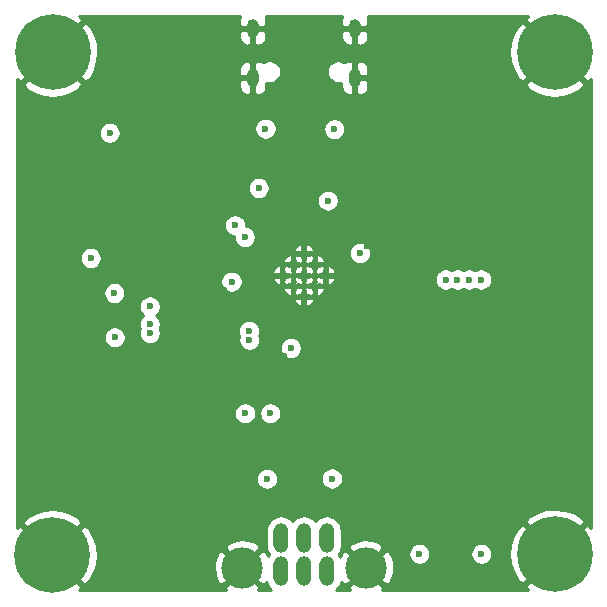
<source format=gbr>
%TF.GenerationSoftware,KiCad,Pcbnew,5.1.10*%
%TF.CreationDate,2021-06-16T23:26:04-06:00*%
%TF.ProjectId,cable-link,6361626c-652d-46c6-996e-6b2e6b696361,rev?*%
%TF.SameCoordinates,Original*%
%TF.FileFunction,Copper,L2,Inr*%
%TF.FilePolarity,Positive*%
%FSLAX46Y46*%
G04 Gerber Fmt 4.6, Leading zero omitted, Abs format (unit mm)*
G04 Created by KiCad (PCBNEW 5.1.10) date 2021-06-16 23:26:04*
%MOMM*%
%LPD*%
G01*
G04 APERTURE LIST*
%TA.AperFunction,ComponentPad*%
%ADD10C,0.800000*%
%TD*%
%TA.AperFunction,ComponentPad*%
%ADD11C,6.400000*%
%TD*%
%TA.AperFunction,ComponentPad*%
%ADD12O,1.270000X2.540000*%
%TD*%
%TA.AperFunction,ComponentPad*%
%ADD13C,3.500000*%
%TD*%
%TA.AperFunction,ComponentPad*%
%ADD14C,0.600000*%
%TD*%
%TA.AperFunction,ViaPad*%
%ADD15C,0.600000*%
%TD*%
%TA.AperFunction,Conductor*%
%ADD16C,0.254000*%
%TD*%
%TA.AperFunction,Conductor*%
%ADD17C,0.100000*%
%TD*%
G04 APERTURE END LIST*
D10*
%TO.N,GND*%
%TO.C,H4*%
X25394112Y-64605888D03*
X23697056Y-63902944D03*
X22000000Y-64605888D03*
X21297056Y-66302944D03*
X22000000Y-68000000D03*
X23697056Y-68702944D03*
X25394112Y-68000000D03*
X26097056Y-66302944D03*
D11*
X23697056Y-66302944D03*
%TD*%
D10*
%TO.N,GND*%
%TO.C,H3*%
X67947056Y-64552944D03*
X66250000Y-63850000D03*
X64552944Y-64552944D03*
X63850000Y-66250000D03*
X64552944Y-67947056D03*
X66250000Y-68650000D03*
X67947056Y-67947056D03*
X68650000Y-66250000D03*
D11*
X66250000Y-66250000D03*
%TD*%
D10*
%TO.N,GND*%
%TO.C,H2*%
X67947056Y-22052944D03*
X66250000Y-21350000D03*
X64552944Y-22052944D03*
X63850000Y-23750000D03*
X64552944Y-25447056D03*
X66250000Y-26150000D03*
X67947056Y-25447056D03*
X68650000Y-23750000D03*
D11*
X66250000Y-23750000D03*
%TD*%
D10*
%TO.N,GND*%
%TO.C,H1*%
X25447056Y-22052944D03*
X23750000Y-21350000D03*
X22052944Y-22052944D03*
X21350000Y-23750000D03*
X22052944Y-25447056D03*
X23750000Y-26150000D03*
X25447056Y-25447056D03*
X26150000Y-23750000D03*
D11*
X23750000Y-23750000D03*
%TD*%
D12*
%TO.N,+5V*%
%TO.C,J3*%
X46930000Y-64890000D03*
%TO.N,/GB_SI*%
X45000000Y-64890000D03*
%TO.N,/GB_SC*%
X43070000Y-64890000D03*
%TO.N,/GB_SO*%
X46930000Y-67700000D03*
%TO.N,/GB_SD*%
X45000000Y-67700000D03*
%TO.N,GND*%
X43070000Y-67700000D03*
D13*
X50250000Y-67395000D03*
X39780000Y-67395000D03*
%TD*%
D14*
%TO.N,GND*%
%TO.C,U2*%
X43196878Y-42625000D03*
X44098439Y-41723439D03*
X45000000Y-40821878D03*
X44098439Y-43526561D03*
X45000000Y-42625000D03*
X45901561Y-41723439D03*
X45000000Y-44428122D03*
X45901561Y-43526561D03*
X46803122Y-42625000D03*
%TD*%
%TO.N,GND*%
%TO.C,J1*%
%TA.AperFunction,ComponentPad*%
G36*
G01*
X49820000Y-25630001D02*
X49820000Y-26230001D01*
G75*
G02*
X49320000Y-26730001I-500000J0D01*
G01*
X49320000Y-26730001D01*
G75*
G02*
X48820000Y-26230001I0J500000D01*
G01*
X48820000Y-25630001D01*
G75*
G02*
X49320000Y-25130001I500000J0D01*
G01*
X49320000Y-25130001D01*
G75*
G02*
X49820000Y-25630001I0J-500000D01*
G01*
G37*
%TD.AperFunction*%
%TA.AperFunction,ComponentPad*%
G36*
G01*
X41180000Y-25630001D02*
X41180000Y-26230001D01*
G75*
G02*
X40680000Y-26730001I-500000J0D01*
G01*
X40680000Y-26730001D01*
G75*
G02*
X40180000Y-26230001I0J500000D01*
G01*
X40180000Y-25630001D01*
G75*
G02*
X40680000Y-25130001I500000J0D01*
G01*
X40680000Y-25130001D01*
G75*
G02*
X41180000Y-25630001I0J-500000D01*
G01*
G37*
%TD.AperFunction*%
%TA.AperFunction,ComponentPad*%
G36*
G01*
X41180000Y-21450001D02*
X41180000Y-22050001D01*
G75*
G02*
X40680000Y-22550001I-500000J0D01*
G01*
X40680000Y-22550001D01*
G75*
G02*
X40180000Y-22050001I0J500000D01*
G01*
X40180000Y-21450001D01*
G75*
G02*
X40680000Y-20950001I500000J0D01*
G01*
X40680000Y-20950001D01*
G75*
G02*
X41180000Y-21450001I0J-500000D01*
G01*
G37*
%TD.AperFunction*%
%TA.AperFunction,ComponentPad*%
G36*
G01*
X49820000Y-21450001D02*
X49820000Y-22050001D01*
G75*
G02*
X49320000Y-22550001I-500000J0D01*
G01*
X49320000Y-22550001D01*
G75*
G02*
X48820000Y-22050001I0J500000D01*
G01*
X48820000Y-21450001D01*
G75*
G02*
X49320000Y-20950001I500000J0D01*
G01*
X49320000Y-20950001D01*
G75*
G02*
X49820000Y-21450001I0J-500000D01*
G01*
G37*
%TD.AperFunction*%
%TD*%
D15*
%TO.N,GND*%
X42875000Y-30225000D03*
X46550000Y-30250000D03*
X42975000Y-35250000D03*
X38500000Y-37725000D03*
X34075000Y-39650000D03*
X38500000Y-37725000D03*
X43300000Y-49500000D03*
X38275000Y-43900000D03*
X46925000Y-50250000D03*
X52900000Y-48475000D03*
X50350000Y-40125000D03*
X50700000Y-46250000D03*
X62250000Y-51375000D03*
%TO.N,+3V3*%
X41750000Y-30225000D03*
X39175000Y-38400000D03*
X41175000Y-35250000D03*
X38875000Y-43175000D03*
X43900000Y-48800000D03*
X31950000Y-45275000D03*
X28950000Y-44150000D03*
X28975000Y-47900000D03*
X26950000Y-41175000D03*
X40025000Y-54325000D03*
X42150000Y-54325000D03*
X42150000Y-54325000D03*
X54775000Y-66225000D03*
X60025000Y-66225000D03*
X57000000Y-43000000D03*
X60000000Y-43000000D03*
X59000000Y-43000000D03*
X58000000Y-43000000D03*
X49750000Y-40750000D03*
X28550000Y-30575000D03*
X47025000Y-36325000D03*
%TO.N,+1V1*%
X40000000Y-39398624D03*
%TO.N,/VBUS*%
X47575000Y-30275000D03*
%TO.N,/GB_SI*%
X41875000Y-59875000D03*
%TO.N,/GB_SD*%
X47375000Y-59850000D03*
%TO.N,/I2C0_SDA*%
X40350000Y-47350000D03*
X31950000Y-46775000D03*
%TO.N,/I2C0_SCL*%
X40389419Y-48098965D03*
X31950000Y-47550000D03*
%TD*%
D16*
%TO.N,GND*%
X39590498Y-20705821D02*
X39554188Y-20825519D01*
X39541928Y-20950001D01*
X39545000Y-21464251D01*
X39703750Y-21623001D01*
X40553000Y-21623001D01*
X40553000Y-21603001D01*
X40807000Y-21603001D01*
X40807000Y-21623001D01*
X41656250Y-21623001D01*
X41815000Y-21464251D01*
X41818072Y-20950001D01*
X41805812Y-20825519D01*
X41769502Y-20705821D01*
X41758373Y-20685000D01*
X48241627Y-20685000D01*
X48230498Y-20705821D01*
X48194188Y-20825519D01*
X48181928Y-20950001D01*
X48185000Y-21464251D01*
X48343750Y-21623001D01*
X49193000Y-21623001D01*
X49193000Y-21603001D01*
X49447000Y-21603001D01*
X49447000Y-21623001D01*
X50296250Y-21623001D01*
X50455000Y-21464251D01*
X50458072Y-20950001D01*
X50445812Y-20825519D01*
X50409502Y-20705821D01*
X50398373Y-20685000D01*
X63996562Y-20685000D01*
X63728724Y-21049119D01*
X66250000Y-23570395D01*
X66264143Y-23556253D01*
X66443748Y-23735858D01*
X66429605Y-23750000D01*
X68950881Y-26271276D01*
X69315000Y-26003438D01*
X69315001Y-63996562D01*
X68950881Y-63728724D01*
X66429605Y-66250000D01*
X66443748Y-66264143D01*
X66264143Y-66443748D01*
X66250000Y-66429605D01*
X63728724Y-68950881D01*
X63996562Y-69315000D01*
X51603433Y-69315000D01*
X51740003Y-69064609D01*
X50250000Y-67574605D01*
X48759997Y-69064609D01*
X48896567Y-69315000D01*
X47737778Y-69315000D01*
X47832370Y-69237370D01*
X47991075Y-69043988D01*
X48109003Y-68823359D01*
X48180233Y-68588544D01*
X48239234Y-68698927D01*
X48580391Y-68885003D01*
X50070395Y-67395000D01*
X50429605Y-67395000D01*
X51919609Y-68885003D01*
X52260766Y-68698927D01*
X52476513Y-68281591D01*
X52606696Y-67830185D01*
X52646313Y-67362054D01*
X52593842Y-66895189D01*
X52451297Y-66447532D01*
X52283129Y-66132911D01*
X53840000Y-66132911D01*
X53840000Y-66317089D01*
X53875932Y-66497729D01*
X53946414Y-66667889D01*
X54048738Y-66821028D01*
X54178972Y-66951262D01*
X54332111Y-67053586D01*
X54502271Y-67124068D01*
X54682911Y-67160000D01*
X54867089Y-67160000D01*
X55047729Y-67124068D01*
X55217889Y-67053586D01*
X55371028Y-66951262D01*
X55501262Y-66821028D01*
X55603586Y-66667889D01*
X55674068Y-66497729D01*
X55710000Y-66317089D01*
X55710000Y-66132911D01*
X59090000Y-66132911D01*
X59090000Y-66317089D01*
X59125932Y-66497729D01*
X59196414Y-66667889D01*
X59298738Y-66821028D01*
X59428972Y-66951262D01*
X59582111Y-67053586D01*
X59752271Y-67124068D01*
X59932911Y-67160000D01*
X60117089Y-67160000D01*
X60297729Y-67124068D01*
X60467889Y-67053586D01*
X60621028Y-66951262D01*
X60751262Y-66821028D01*
X60853586Y-66667889D01*
X60924068Y-66497729D01*
X60960000Y-66317089D01*
X60960000Y-66225695D01*
X62396520Y-66225695D01*
X62465822Y-66977938D01*
X62680548Y-67702208D01*
X63032445Y-68370670D01*
X63059452Y-68411088D01*
X63549119Y-68771276D01*
X66070395Y-66250000D01*
X63549119Y-63728724D01*
X63059452Y-64088912D01*
X62699151Y-64752882D01*
X62475306Y-65474385D01*
X62396520Y-66225695D01*
X60960000Y-66225695D01*
X60960000Y-66132911D01*
X60924068Y-65952271D01*
X60853586Y-65782111D01*
X60751262Y-65628972D01*
X60621028Y-65498738D01*
X60467889Y-65396414D01*
X60297729Y-65325932D01*
X60117089Y-65290000D01*
X59932911Y-65290000D01*
X59752271Y-65325932D01*
X59582111Y-65396414D01*
X59428972Y-65498738D01*
X59298738Y-65628972D01*
X59196414Y-65782111D01*
X59125932Y-65952271D01*
X59090000Y-66132911D01*
X55710000Y-66132911D01*
X55674068Y-65952271D01*
X55603586Y-65782111D01*
X55501262Y-65628972D01*
X55371028Y-65498738D01*
X55217889Y-65396414D01*
X55047729Y-65325932D01*
X54867089Y-65290000D01*
X54682911Y-65290000D01*
X54502271Y-65325932D01*
X54332111Y-65396414D01*
X54178972Y-65498738D01*
X54048738Y-65628972D01*
X53946414Y-65782111D01*
X53875932Y-65952271D01*
X53840000Y-66132911D01*
X52283129Y-66132911D01*
X52260766Y-66091073D01*
X51919609Y-65904997D01*
X50429605Y-67395000D01*
X50070395Y-67395000D01*
X48580391Y-65904997D01*
X48239234Y-66091073D01*
X48047601Y-66461764D01*
X47991075Y-66356012D01*
X47941004Y-66295000D01*
X47991075Y-66233988D01*
X48109003Y-66013359D01*
X48181623Y-65773963D01*
X48186406Y-65725391D01*
X48759997Y-65725391D01*
X50250000Y-67215395D01*
X51740003Y-65725391D01*
X51553927Y-65384234D01*
X51136591Y-65168487D01*
X50685185Y-65038304D01*
X50217054Y-64998687D01*
X49750189Y-65051158D01*
X49302532Y-65193703D01*
X48946073Y-65384234D01*
X48759997Y-65725391D01*
X48186406Y-65725391D01*
X48200000Y-65587380D01*
X48200000Y-64192620D01*
X48181623Y-64006037D01*
X48109003Y-63766641D01*
X47992736Y-63549119D01*
X63728724Y-63549119D01*
X66250000Y-66070395D01*
X68771276Y-63549119D01*
X68411088Y-63059452D01*
X67747118Y-62699151D01*
X67025615Y-62475306D01*
X66274305Y-62396520D01*
X65522062Y-62465822D01*
X64797792Y-62680548D01*
X64129330Y-63032445D01*
X64088912Y-63059452D01*
X63728724Y-63549119D01*
X47992736Y-63549119D01*
X47991075Y-63546012D01*
X47832370Y-63352630D01*
X47638987Y-63193925D01*
X47418358Y-63075997D01*
X47178962Y-63003377D01*
X46930000Y-62978856D01*
X46681037Y-63003377D01*
X46441641Y-63075997D01*
X46221012Y-63193925D01*
X46027630Y-63352630D01*
X45965000Y-63428945D01*
X45902370Y-63352630D01*
X45708987Y-63193925D01*
X45488358Y-63075997D01*
X45248962Y-63003377D01*
X45000000Y-62978856D01*
X44751037Y-63003377D01*
X44511641Y-63075997D01*
X44291012Y-63193925D01*
X44097630Y-63352630D01*
X44035000Y-63428945D01*
X43972370Y-63352630D01*
X43778987Y-63193925D01*
X43558358Y-63075997D01*
X43318962Y-63003377D01*
X43070000Y-62978856D01*
X42821037Y-63003377D01*
X42581641Y-63075997D01*
X42361012Y-63193925D01*
X42167630Y-63352630D01*
X42008925Y-63546013D01*
X41890997Y-63766642D01*
X41818377Y-64006038D01*
X41800000Y-64192621D01*
X41800000Y-65587380D01*
X41818377Y-65773963D01*
X41890997Y-66013359D01*
X42008926Y-66233988D01*
X42057894Y-66293656D01*
X41969518Y-66425494D01*
X41790766Y-66091073D01*
X41449609Y-65904997D01*
X39959605Y-67395000D01*
X41449609Y-68885003D01*
X41790766Y-68698927D01*
X41831644Y-68619853D01*
X41849179Y-68707324D01*
X41945274Y-68938340D01*
X42084591Y-69146170D01*
X42253927Y-69315000D01*
X41133433Y-69315000D01*
X41270003Y-69064609D01*
X39780000Y-67574605D01*
X38289997Y-69064609D01*
X38426567Y-69315000D01*
X25989439Y-69315000D01*
X26218332Y-69003825D01*
X23697056Y-66482549D01*
X23682914Y-66496692D01*
X23503309Y-66317087D01*
X23517451Y-66302944D01*
X23876661Y-66302944D01*
X26397937Y-68824220D01*
X26887604Y-68464032D01*
X27247905Y-67800062D01*
X27363353Y-67427946D01*
X37383687Y-67427946D01*
X37436158Y-67894811D01*
X37578703Y-68342468D01*
X37769234Y-68698927D01*
X38110391Y-68885003D01*
X39600395Y-67395000D01*
X38110391Y-65904997D01*
X37769234Y-66091073D01*
X37553487Y-66508409D01*
X37423304Y-66959815D01*
X37383687Y-67427946D01*
X27363353Y-67427946D01*
X27471750Y-67078559D01*
X27550536Y-66327249D01*
X27495089Y-65725391D01*
X38289997Y-65725391D01*
X39780000Y-67215395D01*
X41270003Y-65725391D01*
X41083927Y-65384234D01*
X40666591Y-65168487D01*
X40215185Y-65038304D01*
X39747054Y-64998687D01*
X39280189Y-65051158D01*
X38832532Y-65193703D01*
X38476073Y-65384234D01*
X38289997Y-65725391D01*
X27495089Y-65725391D01*
X27481234Y-65575006D01*
X27266508Y-64850736D01*
X26914611Y-64182274D01*
X26887604Y-64141856D01*
X26397937Y-63781668D01*
X23876661Y-66302944D01*
X23517451Y-66302944D01*
X20996175Y-63781668D01*
X20685000Y-64010561D01*
X20685000Y-63602063D01*
X21175780Y-63602063D01*
X23697056Y-66123339D01*
X26218332Y-63602063D01*
X25858144Y-63112396D01*
X25194174Y-62752095D01*
X24472671Y-62528250D01*
X23721361Y-62449464D01*
X22969118Y-62518766D01*
X22244848Y-62733492D01*
X21576386Y-63085389D01*
X21535968Y-63112396D01*
X21175780Y-63602063D01*
X20685000Y-63602063D01*
X20685000Y-59782911D01*
X40940000Y-59782911D01*
X40940000Y-59967089D01*
X40975932Y-60147729D01*
X41046414Y-60317889D01*
X41148738Y-60471028D01*
X41278972Y-60601262D01*
X41432111Y-60703586D01*
X41602271Y-60774068D01*
X41782911Y-60810000D01*
X41967089Y-60810000D01*
X42147729Y-60774068D01*
X42317889Y-60703586D01*
X42471028Y-60601262D01*
X42601262Y-60471028D01*
X42703586Y-60317889D01*
X42774068Y-60147729D01*
X42810000Y-59967089D01*
X42810000Y-59782911D01*
X42805028Y-59757911D01*
X46440000Y-59757911D01*
X46440000Y-59942089D01*
X46475932Y-60122729D01*
X46546414Y-60292889D01*
X46648738Y-60446028D01*
X46778972Y-60576262D01*
X46932111Y-60678586D01*
X47102271Y-60749068D01*
X47282911Y-60785000D01*
X47467089Y-60785000D01*
X47647729Y-60749068D01*
X47817889Y-60678586D01*
X47971028Y-60576262D01*
X48101262Y-60446028D01*
X48203586Y-60292889D01*
X48274068Y-60122729D01*
X48310000Y-59942089D01*
X48310000Y-59757911D01*
X48274068Y-59577271D01*
X48203586Y-59407111D01*
X48101262Y-59253972D01*
X47971028Y-59123738D01*
X47817889Y-59021414D01*
X47647729Y-58950932D01*
X47467089Y-58915000D01*
X47282911Y-58915000D01*
X47102271Y-58950932D01*
X46932111Y-59021414D01*
X46778972Y-59123738D01*
X46648738Y-59253972D01*
X46546414Y-59407111D01*
X46475932Y-59577271D01*
X46440000Y-59757911D01*
X42805028Y-59757911D01*
X42774068Y-59602271D01*
X42703586Y-59432111D01*
X42601262Y-59278972D01*
X42471028Y-59148738D01*
X42317889Y-59046414D01*
X42147729Y-58975932D01*
X41967089Y-58940000D01*
X41782911Y-58940000D01*
X41602271Y-58975932D01*
X41432111Y-59046414D01*
X41278972Y-59148738D01*
X41148738Y-59278972D01*
X41046414Y-59432111D01*
X40975932Y-59602271D01*
X40940000Y-59782911D01*
X20685000Y-59782911D01*
X20685000Y-54232911D01*
X39090000Y-54232911D01*
X39090000Y-54417089D01*
X39125932Y-54597729D01*
X39196414Y-54767889D01*
X39298738Y-54921028D01*
X39428972Y-55051262D01*
X39582111Y-55153586D01*
X39752271Y-55224068D01*
X39932911Y-55260000D01*
X40117089Y-55260000D01*
X40297729Y-55224068D01*
X40467889Y-55153586D01*
X40621028Y-55051262D01*
X40751262Y-54921028D01*
X40853586Y-54767889D01*
X40924068Y-54597729D01*
X40960000Y-54417089D01*
X40960000Y-54232911D01*
X41215000Y-54232911D01*
X41215000Y-54417089D01*
X41250932Y-54597729D01*
X41321414Y-54767889D01*
X41423738Y-54921028D01*
X41553972Y-55051262D01*
X41707111Y-55153586D01*
X41877271Y-55224068D01*
X42057911Y-55260000D01*
X42242089Y-55260000D01*
X42422729Y-55224068D01*
X42592889Y-55153586D01*
X42746028Y-55051262D01*
X42876262Y-54921028D01*
X42978586Y-54767889D01*
X43049068Y-54597729D01*
X43085000Y-54417089D01*
X43085000Y-54232911D01*
X43049068Y-54052271D01*
X42978586Y-53882111D01*
X42876262Y-53728972D01*
X42746028Y-53598738D01*
X42592889Y-53496414D01*
X42422729Y-53425932D01*
X42242089Y-53390000D01*
X42057911Y-53390000D01*
X41877271Y-53425932D01*
X41707111Y-53496414D01*
X41553972Y-53598738D01*
X41423738Y-53728972D01*
X41321414Y-53882111D01*
X41250932Y-54052271D01*
X41215000Y-54232911D01*
X40960000Y-54232911D01*
X40924068Y-54052271D01*
X40853586Y-53882111D01*
X40751262Y-53728972D01*
X40621028Y-53598738D01*
X40467889Y-53496414D01*
X40297729Y-53425932D01*
X40117089Y-53390000D01*
X39932911Y-53390000D01*
X39752271Y-53425932D01*
X39582111Y-53496414D01*
X39428972Y-53598738D01*
X39298738Y-53728972D01*
X39196414Y-53882111D01*
X39125932Y-54052271D01*
X39090000Y-54232911D01*
X20685000Y-54232911D01*
X20685000Y-47807911D01*
X28040000Y-47807911D01*
X28040000Y-47992089D01*
X28075932Y-48172729D01*
X28146414Y-48342889D01*
X28248738Y-48496028D01*
X28378972Y-48626262D01*
X28532111Y-48728586D01*
X28702271Y-48799068D01*
X28882911Y-48835000D01*
X29067089Y-48835000D01*
X29247729Y-48799068D01*
X29417889Y-48728586D01*
X29571028Y-48626262D01*
X29701262Y-48496028D01*
X29803586Y-48342889D01*
X29874068Y-48172729D01*
X29910000Y-47992089D01*
X29910000Y-47807911D01*
X29874068Y-47627271D01*
X29803586Y-47457111D01*
X29701262Y-47303972D01*
X29571028Y-47173738D01*
X29417889Y-47071414D01*
X29247729Y-47000932D01*
X29067089Y-46965000D01*
X28882911Y-46965000D01*
X28702271Y-47000932D01*
X28532111Y-47071414D01*
X28378972Y-47173738D01*
X28248738Y-47303972D01*
X28146414Y-47457111D01*
X28075932Y-47627271D01*
X28040000Y-47807911D01*
X20685000Y-47807911D01*
X20685000Y-45182911D01*
X31015000Y-45182911D01*
X31015000Y-45367089D01*
X31050932Y-45547729D01*
X31121414Y-45717889D01*
X31223738Y-45871028D01*
X31353972Y-46001262D01*
X31389498Y-46025000D01*
X31353972Y-46048738D01*
X31223738Y-46178972D01*
X31121414Y-46332111D01*
X31050932Y-46502271D01*
X31015000Y-46682911D01*
X31015000Y-46867089D01*
X31050932Y-47047729D01*
X31098471Y-47162500D01*
X31050932Y-47277271D01*
X31015000Y-47457911D01*
X31015000Y-47642089D01*
X31050932Y-47822729D01*
X31121414Y-47992889D01*
X31223738Y-48146028D01*
X31353972Y-48276262D01*
X31507111Y-48378586D01*
X31677271Y-48449068D01*
X31857911Y-48485000D01*
X32042089Y-48485000D01*
X32222729Y-48449068D01*
X32392889Y-48378586D01*
X32546028Y-48276262D01*
X32676262Y-48146028D01*
X32778586Y-47992889D01*
X32849068Y-47822729D01*
X32885000Y-47642089D01*
X32885000Y-47457911D01*
X32849068Y-47277271D01*
X32841049Y-47257911D01*
X39415000Y-47257911D01*
X39415000Y-47442089D01*
X39450932Y-47622729D01*
X39512789Y-47772066D01*
X39490351Y-47826236D01*
X39454419Y-48006876D01*
X39454419Y-48191054D01*
X39490351Y-48371694D01*
X39560833Y-48541854D01*
X39663157Y-48694993D01*
X39793391Y-48825227D01*
X39946530Y-48927551D01*
X40116690Y-48998033D01*
X40297330Y-49033965D01*
X40481508Y-49033965D01*
X40662148Y-48998033D01*
X40832308Y-48927551D01*
X40985447Y-48825227D01*
X41102763Y-48707911D01*
X42965000Y-48707911D01*
X42965000Y-48892089D01*
X43000932Y-49072729D01*
X43071414Y-49242889D01*
X43173738Y-49396028D01*
X43303972Y-49526262D01*
X43457111Y-49628586D01*
X43627271Y-49699068D01*
X43807911Y-49735000D01*
X43992089Y-49735000D01*
X44172729Y-49699068D01*
X44342889Y-49628586D01*
X44496028Y-49526262D01*
X44626262Y-49396028D01*
X44728586Y-49242889D01*
X44799068Y-49072729D01*
X44835000Y-48892089D01*
X44835000Y-48707911D01*
X44799068Y-48527271D01*
X44728586Y-48357111D01*
X44626262Y-48203972D01*
X44496028Y-48073738D01*
X44342889Y-47971414D01*
X44172729Y-47900932D01*
X43992089Y-47865000D01*
X43807911Y-47865000D01*
X43627271Y-47900932D01*
X43457111Y-47971414D01*
X43303972Y-48073738D01*
X43173738Y-48203972D01*
X43071414Y-48357111D01*
X43000932Y-48527271D01*
X42965000Y-48707911D01*
X41102763Y-48707911D01*
X41115681Y-48694993D01*
X41218005Y-48541854D01*
X41288487Y-48371694D01*
X41324419Y-48191054D01*
X41324419Y-48006876D01*
X41288487Y-47826236D01*
X41226630Y-47676899D01*
X41249068Y-47622729D01*
X41285000Y-47442089D01*
X41285000Y-47257911D01*
X41249068Y-47077271D01*
X41178586Y-46907111D01*
X41076262Y-46753972D01*
X40946028Y-46623738D01*
X40792889Y-46521414D01*
X40622729Y-46450932D01*
X40442089Y-46415000D01*
X40257911Y-46415000D01*
X40077271Y-46450932D01*
X39907111Y-46521414D01*
X39753972Y-46623738D01*
X39623738Y-46753972D01*
X39521414Y-46907111D01*
X39450932Y-47077271D01*
X39415000Y-47257911D01*
X32841049Y-47257911D01*
X32801529Y-47162500D01*
X32849068Y-47047729D01*
X32885000Y-46867089D01*
X32885000Y-46682911D01*
X32849068Y-46502271D01*
X32778586Y-46332111D01*
X32676262Y-46178972D01*
X32546028Y-46048738D01*
X32510502Y-46025000D01*
X32546028Y-46001262D01*
X32676262Y-45871028D01*
X32778586Y-45717889D01*
X32849068Y-45547729D01*
X32885000Y-45367089D01*
X32885000Y-45182911D01*
X32849068Y-45002271D01*
X32778586Y-44832111D01*
X32689767Y-44699183D01*
X44100427Y-44699183D01*
X44170593Y-44869473D01*
X44272633Y-45022802D01*
X44402625Y-45153278D01*
X44555574Y-45255886D01*
X44725602Y-45326684D01*
X44728939Y-45327695D01*
X44873000Y-45198498D01*
X44873000Y-44555122D01*
X45127000Y-44555122D01*
X45127000Y-45198498D01*
X45271061Y-45327695D01*
X45441351Y-45257529D01*
X45594680Y-45155489D01*
X45725156Y-45025497D01*
X45827764Y-44872548D01*
X45898562Y-44702520D01*
X45899573Y-44699183D01*
X45770376Y-44555122D01*
X45127000Y-44555122D01*
X44873000Y-44555122D01*
X44229624Y-44555122D01*
X44100427Y-44699183D01*
X32689767Y-44699183D01*
X32676262Y-44678972D01*
X32546028Y-44548738D01*
X32392889Y-44446414D01*
X32222729Y-44375932D01*
X32042089Y-44340000D01*
X31857911Y-44340000D01*
X31677271Y-44375932D01*
X31507111Y-44446414D01*
X31353972Y-44548738D01*
X31223738Y-44678972D01*
X31121414Y-44832111D01*
X31050932Y-45002271D01*
X31015000Y-45182911D01*
X20685000Y-45182911D01*
X20685000Y-44057911D01*
X28015000Y-44057911D01*
X28015000Y-44242089D01*
X28050932Y-44422729D01*
X28121414Y-44592889D01*
X28223738Y-44746028D01*
X28353972Y-44876262D01*
X28507111Y-44978586D01*
X28677271Y-45049068D01*
X28857911Y-45085000D01*
X29042089Y-45085000D01*
X29222729Y-45049068D01*
X29392889Y-44978586D01*
X29546028Y-44876262D01*
X29676262Y-44746028D01*
X29778586Y-44592889D01*
X29849068Y-44422729D01*
X29885000Y-44242089D01*
X29885000Y-44057911D01*
X29849068Y-43877271D01*
X29778586Y-43707111D01*
X29676262Y-43553972D01*
X29546028Y-43423738D01*
X29392889Y-43321414D01*
X29222729Y-43250932D01*
X29042089Y-43215000D01*
X28857911Y-43215000D01*
X28677271Y-43250932D01*
X28507111Y-43321414D01*
X28353972Y-43423738D01*
X28223738Y-43553972D01*
X28121414Y-43707111D01*
X28050932Y-43877271D01*
X28015000Y-44057911D01*
X20685000Y-44057911D01*
X20685000Y-43082911D01*
X37940000Y-43082911D01*
X37940000Y-43267089D01*
X37975932Y-43447729D01*
X38046414Y-43617889D01*
X38148738Y-43771028D01*
X38278972Y-43901262D01*
X38432111Y-44003586D01*
X38602271Y-44074068D01*
X38782911Y-44110000D01*
X38967089Y-44110000D01*
X39147729Y-44074068D01*
X39317889Y-44003586D01*
X39471028Y-43901262D01*
X39574668Y-43797622D01*
X43198866Y-43797622D01*
X43269032Y-43967912D01*
X43371072Y-44121241D01*
X43501064Y-44251717D01*
X43654013Y-44354325D01*
X43824041Y-44425123D01*
X43827378Y-44426134D01*
X43971439Y-44296937D01*
X43971439Y-44157061D01*
X44100427Y-44157061D01*
X44225439Y-44296456D01*
X44225439Y-44296937D01*
X44227645Y-44298916D01*
X44229624Y-44301122D01*
X44230105Y-44301122D01*
X44369500Y-44426134D01*
X44539790Y-44355968D01*
X44622204Y-44301122D01*
X44693392Y-44301122D01*
X44806251Y-44413981D01*
X44985859Y-44234373D01*
X44873000Y-44121514D01*
X44873000Y-44050292D01*
X44926203Y-43970987D01*
X44997001Y-43800959D01*
X44998012Y-43797622D01*
X45001988Y-43797622D01*
X45072154Y-43967912D01*
X45127000Y-44050326D01*
X45127000Y-44121514D01*
X45014141Y-44234373D01*
X45193749Y-44413981D01*
X45306608Y-44301122D01*
X45377830Y-44301122D01*
X45457135Y-44354325D01*
X45627163Y-44425123D01*
X45630500Y-44426134D01*
X45769895Y-44301122D01*
X45770376Y-44301122D01*
X45772355Y-44298916D01*
X45774561Y-44296937D01*
X45774561Y-44296456D01*
X45899573Y-44157061D01*
X45829407Y-43986771D01*
X45774561Y-43904357D01*
X45774561Y-43833169D01*
X45887420Y-43720310D01*
X45820671Y-43653561D01*
X46028561Y-43653561D01*
X46028561Y-44296937D01*
X46172622Y-44426134D01*
X46342912Y-44355968D01*
X46496241Y-44253928D01*
X46626717Y-44123936D01*
X46729325Y-43970987D01*
X46800123Y-43800959D01*
X46801134Y-43797622D01*
X46671937Y-43653561D01*
X46028561Y-43653561D01*
X45820671Y-43653561D01*
X45707812Y-43540702D01*
X45594953Y-43653561D01*
X45523731Y-43653561D01*
X45444426Y-43600358D01*
X45274398Y-43529560D01*
X45271061Y-43528549D01*
X45131666Y-43653561D01*
X45131185Y-43653561D01*
X45129206Y-43655767D01*
X45127000Y-43657746D01*
X45127000Y-43658227D01*
X45001988Y-43797622D01*
X44998012Y-43797622D01*
X44873000Y-43658227D01*
X44873000Y-43657746D01*
X44870794Y-43655767D01*
X44868815Y-43653561D01*
X44868334Y-43653561D01*
X44728939Y-43528549D01*
X44558649Y-43598715D01*
X44476235Y-43653561D01*
X44405047Y-43653561D01*
X44292188Y-43540702D01*
X44112580Y-43720310D01*
X44225439Y-43833169D01*
X44225439Y-43904391D01*
X44172236Y-43983696D01*
X44101438Y-44153724D01*
X44100427Y-44157061D01*
X43971439Y-44157061D01*
X43971439Y-43653561D01*
X43328063Y-43653561D01*
X43198866Y-43797622D01*
X39574668Y-43797622D01*
X39601262Y-43771028D01*
X39703586Y-43617889D01*
X39774068Y-43447729D01*
X39810000Y-43267089D01*
X39810000Y-43082911D01*
X39774068Y-42902271D01*
X39771496Y-42896061D01*
X42297305Y-42896061D01*
X42367471Y-43066351D01*
X42469511Y-43219680D01*
X42599503Y-43350156D01*
X42752452Y-43452764D01*
X42922480Y-43523562D01*
X42925817Y-43524573D01*
X43069878Y-43395376D01*
X43069878Y-43255500D01*
X43198866Y-43255500D01*
X43323878Y-43394895D01*
X43323878Y-43395376D01*
X43326084Y-43397355D01*
X43328063Y-43399561D01*
X43328544Y-43399561D01*
X43467939Y-43524573D01*
X43638229Y-43454407D01*
X43720643Y-43399561D01*
X43791831Y-43399561D01*
X43904690Y-43512420D01*
X44084298Y-43332812D01*
X43971439Y-43219953D01*
X43971439Y-43148731D01*
X44024642Y-43069426D01*
X44095440Y-42899398D01*
X44096451Y-42896061D01*
X44100427Y-42896061D01*
X44170593Y-43066351D01*
X44225439Y-43148765D01*
X44225439Y-43219953D01*
X44112580Y-43332812D01*
X44292188Y-43512420D01*
X44405047Y-43399561D01*
X44476269Y-43399561D01*
X44555574Y-43452764D01*
X44725602Y-43523562D01*
X44728939Y-43524573D01*
X44868334Y-43399561D01*
X44868815Y-43399561D01*
X44870794Y-43397355D01*
X44873000Y-43395376D01*
X44873000Y-43394895D01*
X44998012Y-43255500D01*
X45001988Y-43255500D01*
X45127000Y-43394895D01*
X45127000Y-43395376D01*
X45129206Y-43397355D01*
X45131185Y-43399561D01*
X45131666Y-43399561D01*
X45271061Y-43524573D01*
X45441351Y-43454407D01*
X45523765Y-43399561D01*
X45594953Y-43399561D01*
X45707812Y-43512420D01*
X45887420Y-43332812D01*
X45774561Y-43219953D01*
X45774561Y-43148731D01*
X45827764Y-43069426D01*
X45898562Y-42899398D01*
X45899573Y-42896061D01*
X45903549Y-42896061D01*
X45973715Y-43066351D01*
X46028561Y-43148765D01*
X46028561Y-43219953D01*
X45915702Y-43332812D01*
X46095310Y-43512420D01*
X46208169Y-43399561D01*
X46279391Y-43399561D01*
X46358696Y-43452764D01*
X46528724Y-43523562D01*
X46532061Y-43524573D01*
X46671456Y-43399561D01*
X46671937Y-43399561D01*
X46673916Y-43397355D01*
X46676122Y-43395376D01*
X46676122Y-43394895D01*
X46801134Y-43255500D01*
X46730968Y-43085210D01*
X46676122Y-43002796D01*
X46676122Y-42931608D01*
X46788981Y-42818749D01*
X46722232Y-42752000D01*
X46930122Y-42752000D01*
X46930122Y-43395376D01*
X47074183Y-43524573D01*
X47244473Y-43454407D01*
X47397802Y-43352367D01*
X47528278Y-43222375D01*
X47630886Y-43069426D01*
X47698139Y-42907911D01*
X56065000Y-42907911D01*
X56065000Y-43092089D01*
X56100932Y-43272729D01*
X56171414Y-43442889D01*
X56273738Y-43596028D01*
X56403972Y-43726262D01*
X56557111Y-43828586D01*
X56727271Y-43899068D01*
X56907911Y-43935000D01*
X57092089Y-43935000D01*
X57272729Y-43899068D01*
X57442889Y-43828586D01*
X57500000Y-43790426D01*
X57557111Y-43828586D01*
X57727271Y-43899068D01*
X57907911Y-43935000D01*
X58092089Y-43935000D01*
X58272729Y-43899068D01*
X58442889Y-43828586D01*
X58500000Y-43790426D01*
X58557111Y-43828586D01*
X58727271Y-43899068D01*
X58907911Y-43935000D01*
X59092089Y-43935000D01*
X59272729Y-43899068D01*
X59442889Y-43828586D01*
X59500000Y-43790426D01*
X59557111Y-43828586D01*
X59727271Y-43899068D01*
X59907911Y-43935000D01*
X60092089Y-43935000D01*
X60272729Y-43899068D01*
X60442889Y-43828586D01*
X60596028Y-43726262D01*
X60726262Y-43596028D01*
X60828586Y-43442889D01*
X60899068Y-43272729D01*
X60935000Y-43092089D01*
X60935000Y-42907911D01*
X60899068Y-42727271D01*
X60828586Y-42557111D01*
X60726262Y-42403972D01*
X60596028Y-42273738D01*
X60442889Y-42171414D01*
X60272729Y-42100932D01*
X60092089Y-42065000D01*
X59907911Y-42065000D01*
X59727271Y-42100932D01*
X59557111Y-42171414D01*
X59500000Y-42209574D01*
X59442889Y-42171414D01*
X59272729Y-42100932D01*
X59092089Y-42065000D01*
X58907911Y-42065000D01*
X58727271Y-42100932D01*
X58557111Y-42171414D01*
X58500000Y-42209574D01*
X58442889Y-42171414D01*
X58272729Y-42100932D01*
X58092089Y-42065000D01*
X57907911Y-42065000D01*
X57727271Y-42100932D01*
X57557111Y-42171414D01*
X57500000Y-42209574D01*
X57442889Y-42171414D01*
X57272729Y-42100932D01*
X57092089Y-42065000D01*
X56907911Y-42065000D01*
X56727271Y-42100932D01*
X56557111Y-42171414D01*
X56403972Y-42273738D01*
X56273738Y-42403972D01*
X56171414Y-42557111D01*
X56100932Y-42727271D01*
X56065000Y-42907911D01*
X47698139Y-42907911D01*
X47701684Y-42899398D01*
X47702695Y-42896061D01*
X47573498Y-42752000D01*
X46930122Y-42752000D01*
X46722232Y-42752000D01*
X46609373Y-42639141D01*
X46496514Y-42752000D01*
X46425292Y-42752000D01*
X46345987Y-42698797D01*
X46175959Y-42627999D01*
X46172622Y-42626988D01*
X46033227Y-42752000D01*
X46032746Y-42752000D01*
X46030767Y-42754206D01*
X46028561Y-42756185D01*
X46028561Y-42756666D01*
X45903549Y-42896061D01*
X45899573Y-42896061D01*
X45774561Y-42756666D01*
X45774561Y-42756185D01*
X45772355Y-42754206D01*
X45770376Y-42752000D01*
X45769895Y-42752000D01*
X45630500Y-42626988D01*
X45460210Y-42697154D01*
X45377796Y-42752000D01*
X45306608Y-42752000D01*
X45193749Y-42639141D01*
X45014141Y-42818749D01*
X45127000Y-42931608D01*
X45127000Y-43002830D01*
X45073797Y-43082135D01*
X45002999Y-43252163D01*
X45001988Y-43255500D01*
X44998012Y-43255500D01*
X44927846Y-43085210D01*
X44873000Y-43002796D01*
X44873000Y-42931608D01*
X44985859Y-42818749D01*
X44806251Y-42639141D01*
X44693392Y-42752000D01*
X44622170Y-42752000D01*
X44542865Y-42698797D01*
X44372837Y-42627999D01*
X44369500Y-42626988D01*
X44230105Y-42752000D01*
X44229624Y-42752000D01*
X44227645Y-42754206D01*
X44225439Y-42756185D01*
X44225439Y-42756666D01*
X44100427Y-42896061D01*
X44096451Y-42896061D01*
X43971439Y-42756666D01*
X43971439Y-42756185D01*
X43969233Y-42754206D01*
X43967254Y-42752000D01*
X43966773Y-42752000D01*
X43827378Y-42626988D01*
X43657088Y-42697154D01*
X43574674Y-42752000D01*
X43503486Y-42752000D01*
X43390627Y-42639141D01*
X43211019Y-42818749D01*
X43323878Y-42931608D01*
X43323878Y-43002830D01*
X43270675Y-43082135D01*
X43199877Y-43252163D01*
X43198866Y-43255500D01*
X43069878Y-43255500D01*
X43069878Y-42752000D01*
X42426502Y-42752000D01*
X42297305Y-42896061D01*
X39771496Y-42896061D01*
X39703586Y-42732111D01*
X39601262Y-42578972D01*
X39471028Y-42448738D01*
X39329151Y-42353939D01*
X42297305Y-42353939D01*
X42426502Y-42498000D01*
X43069878Y-42498000D01*
X43069878Y-41994500D01*
X43198866Y-41994500D01*
X43269032Y-42164790D01*
X43323878Y-42247204D01*
X43323878Y-42318392D01*
X43211019Y-42431251D01*
X43390627Y-42610859D01*
X43503486Y-42498000D01*
X43574708Y-42498000D01*
X43654013Y-42551203D01*
X43824041Y-42622001D01*
X43827378Y-42623012D01*
X43966773Y-42498000D01*
X43967254Y-42498000D01*
X43969233Y-42495794D01*
X43971439Y-42493815D01*
X43971439Y-42493334D01*
X44096451Y-42353939D01*
X44100427Y-42353939D01*
X44225439Y-42493334D01*
X44225439Y-42493815D01*
X44227645Y-42495794D01*
X44229624Y-42498000D01*
X44230105Y-42498000D01*
X44369500Y-42623012D01*
X44539790Y-42552846D01*
X44622204Y-42498000D01*
X44693392Y-42498000D01*
X44806251Y-42610859D01*
X44985859Y-42431251D01*
X44873000Y-42318392D01*
X44873000Y-42247170D01*
X44926203Y-42167865D01*
X44997001Y-41997837D01*
X44998012Y-41994500D01*
X45001988Y-41994500D01*
X45072154Y-42164790D01*
X45127000Y-42247204D01*
X45127000Y-42318392D01*
X45014141Y-42431251D01*
X45193749Y-42610859D01*
X45306608Y-42498000D01*
X45377830Y-42498000D01*
X45457135Y-42551203D01*
X45627163Y-42622001D01*
X45630500Y-42623012D01*
X45769895Y-42498000D01*
X45770376Y-42498000D01*
X45772355Y-42495794D01*
X45774561Y-42493815D01*
X45774561Y-42493334D01*
X45899573Y-42353939D01*
X45903549Y-42353939D01*
X46028561Y-42493334D01*
X46028561Y-42493815D01*
X46030767Y-42495794D01*
X46032746Y-42498000D01*
X46033227Y-42498000D01*
X46172622Y-42623012D01*
X46342912Y-42552846D01*
X46425326Y-42498000D01*
X46496514Y-42498000D01*
X46609373Y-42610859D01*
X46788981Y-42431251D01*
X46676122Y-42318392D01*
X46676122Y-42247170D01*
X46729325Y-42167865D01*
X46800123Y-41997837D01*
X46801134Y-41994500D01*
X46676122Y-41855105D01*
X46676122Y-41854624D01*
X46930122Y-41854624D01*
X46930122Y-42498000D01*
X47573498Y-42498000D01*
X47702695Y-42353939D01*
X47632529Y-42183649D01*
X47530489Y-42030320D01*
X47400497Y-41899844D01*
X47247548Y-41797236D01*
X47077520Y-41726438D01*
X47074183Y-41725427D01*
X46930122Y-41854624D01*
X46676122Y-41854624D01*
X46673916Y-41852645D01*
X46671937Y-41850439D01*
X46671456Y-41850439D01*
X46532061Y-41725427D01*
X46361771Y-41795593D01*
X46279357Y-41850439D01*
X46208169Y-41850439D01*
X46095310Y-41737580D01*
X45915702Y-41917188D01*
X46028561Y-42030047D01*
X46028561Y-42101269D01*
X45975358Y-42180574D01*
X45904560Y-42350602D01*
X45903549Y-42353939D01*
X45899573Y-42353939D01*
X45829407Y-42183649D01*
X45774561Y-42101235D01*
X45774561Y-42030047D01*
X45887420Y-41917188D01*
X45707812Y-41737580D01*
X45594953Y-41850439D01*
X45523731Y-41850439D01*
X45444426Y-41797236D01*
X45274398Y-41726438D01*
X45271061Y-41725427D01*
X45131666Y-41850439D01*
X45131185Y-41850439D01*
X45129206Y-41852645D01*
X45127000Y-41854624D01*
X45127000Y-41855105D01*
X45001988Y-41994500D01*
X44998012Y-41994500D01*
X44873000Y-41855105D01*
X44873000Y-41854624D01*
X44870794Y-41852645D01*
X44868815Y-41850439D01*
X44868334Y-41850439D01*
X44728939Y-41725427D01*
X44558649Y-41795593D01*
X44476235Y-41850439D01*
X44405047Y-41850439D01*
X44292188Y-41737580D01*
X44112580Y-41917188D01*
X44225439Y-42030047D01*
X44225439Y-42101269D01*
X44172236Y-42180574D01*
X44101438Y-42350602D01*
X44100427Y-42353939D01*
X44096451Y-42353939D01*
X44026285Y-42183649D01*
X43971439Y-42101235D01*
X43971439Y-42030047D01*
X44084298Y-41917188D01*
X43904690Y-41737580D01*
X43791831Y-41850439D01*
X43720609Y-41850439D01*
X43641304Y-41797236D01*
X43471276Y-41726438D01*
X43467939Y-41725427D01*
X43328544Y-41850439D01*
X43328063Y-41850439D01*
X43326084Y-41852645D01*
X43323878Y-41854624D01*
X43323878Y-41855105D01*
X43198866Y-41994500D01*
X43069878Y-41994500D01*
X43069878Y-41854624D01*
X42925817Y-41725427D01*
X42755527Y-41795593D01*
X42602198Y-41897633D01*
X42471722Y-42027625D01*
X42369114Y-42180574D01*
X42298316Y-42350602D01*
X42297305Y-42353939D01*
X39329151Y-42353939D01*
X39317889Y-42346414D01*
X39147729Y-42275932D01*
X38967089Y-42240000D01*
X38782911Y-42240000D01*
X38602271Y-42275932D01*
X38432111Y-42346414D01*
X38278972Y-42448738D01*
X38148738Y-42578972D01*
X38046414Y-42732111D01*
X37975932Y-42902271D01*
X37940000Y-43082911D01*
X20685000Y-43082911D01*
X20685000Y-41082911D01*
X26015000Y-41082911D01*
X26015000Y-41267089D01*
X26050932Y-41447729D01*
X26121414Y-41617889D01*
X26223738Y-41771028D01*
X26353972Y-41901262D01*
X26507111Y-42003586D01*
X26677271Y-42074068D01*
X26857911Y-42110000D01*
X27042089Y-42110000D01*
X27222729Y-42074068D01*
X27392889Y-42003586D01*
X27546028Y-41901262D01*
X27676262Y-41771028D01*
X27778586Y-41617889D01*
X27847142Y-41452378D01*
X43198866Y-41452378D01*
X43328063Y-41596439D01*
X43971439Y-41596439D01*
X43971439Y-41092939D01*
X44100427Y-41092939D01*
X44170593Y-41263229D01*
X44225439Y-41345643D01*
X44225439Y-41416831D01*
X44112580Y-41529690D01*
X44292188Y-41709298D01*
X44405047Y-41596439D01*
X44476269Y-41596439D01*
X44555574Y-41649642D01*
X44725602Y-41720440D01*
X44728939Y-41721451D01*
X44868334Y-41596439D01*
X44868815Y-41596439D01*
X44870794Y-41594233D01*
X44873000Y-41592254D01*
X44873000Y-41591773D01*
X44998012Y-41452378D01*
X45001988Y-41452378D01*
X45127000Y-41591773D01*
X45127000Y-41592254D01*
X45129206Y-41594233D01*
X45131185Y-41596439D01*
X45131666Y-41596439D01*
X45271061Y-41721451D01*
X45441351Y-41651285D01*
X45523765Y-41596439D01*
X45594953Y-41596439D01*
X45707812Y-41709298D01*
X45887420Y-41529690D01*
X45774561Y-41416831D01*
X45774561Y-41345609D01*
X45827764Y-41266304D01*
X45898562Y-41096276D01*
X45899573Y-41092939D01*
X45774561Y-40953544D01*
X45774561Y-40953063D01*
X46028561Y-40953063D01*
X46028561Y-41596439D01*
X46671937Y-41596439D01*
X46801134Y-41452378D01*
X46730968Y-41282088D01*
X46628928Y-41128759D01*
X46498936Y-40998283D01*
X46345987Y-40895675D01*
X46175959Y-40824877D01*
X46172622Y-40823866D01*
X46028561Y-40953063D01*
X45774561Y-40953063D01*
X45772355Y-40951084D01*
X45770376Y-40948878D01*
X45769895Y-40948878D01*
X45630500Y-40823866D01*
X45460210Y-40894032D01*
X45377796Y-40948878D01*
X45306608Y-40948878D01*
X45193749Y-40836019D01*
X45014141Y-41015627D01*
X45127000Y-41128486D01*
X45127000Y-41199708D01*
X45073797Y-41279013D01*
X45002999Y-41449041D01*
X45001988Y-41452378D01*
X44998012Y-41452378D01*
X44927846Y-41282088D01*
X44873000Y-41199674D01*
X44873000Y-41128486D01*
X44985859Y-41015627D01*
X44806251Y-40836019D01*
X44693392Y-40948878D01*
X44622170Y-40948878D01*
X44542865Y-40895675D01*
X44372837Y-40824877D01*
X44369500Y-40823866D01*
X44230105Y-40948878D01*
X44229624Y-40948878D01*
X44227645Y-40951084D01*
X44225439Y-40953063D01*
X44225439Y-40953544D01*
X44100427Y-41092939D01*
X43971439Y-41092939D01*
X43971439Y-40953063D01*
X43827378Y-40823866D01*
X43657088Y-40894032D01*
X43503759Y-40996072D01*
X43373283Y-41126064D01*
X43270675Y-41279013D01*
X43199877Y-41449041D01*
X43198866Y-41452378D01*
X27847142Y-41452378D01*
X27849068Y-41447729D01*
X27885000Y-41267089D01*
X27885000Y-41082911D01*
X27849068Y-40902271D01*
X27778586Y-40732111D01*
X27676262Y-40578972D01*
X27648107Y-40550817D01*
X44100427Y-40550817D01*
X44229624Y-40694878D01*
X44873000Y-40694878D01*
X44873000Y-40051502D01*
X45127000Y-40051502D01*
X45127000Y-40694878D01*
X45770376Y-40694878D01*
X45803528Y-40657911D01*
X48815000Y-40657911D01*
X48815000Y-40842089D01*
X48850932Y-41022729D01*
X48921414Y-41192889D01*
X49023738Y-41346028D01*
X49153972Y-41476262D01*
X49307111Y-41578586D01*
X49477271Y-41649068D01*
X49657911Y-41685000D01*
X49842089Y-41685000D01*
X50022729Y-41649068D01*
X50192889Y-41578586D01*
X50346028Y-41476262D01*
X50476262Y-41346028D01*
X50578586Y-41192889D01*
X50649068Y-41022729D01*
X50685000Y-40842089D01*
X50685000Y-40657911D01*
X50649068Y-40477271D01*
X50578586Y-40307111D01*
X50476262Y-40153972D01*
X50346028Y-40023738D01*
X50192889Y-39921414D01*
X50022729Y-39850932D01*
X49842089Y-39815000D01*
X49657911Y-39815000D01*
X49477271Y-39850932D01*
X49307111Y-39921414D01*
X49153972Y-40023738D01*
X49023738Y-40153972D01*
X48921414Y-40307111D01*
X48850932Y-40477271D01*
X48815000Y-40657911D01*
X45803528Y-40657911D01*
X45899573Y-40550817D01*
X45829407Y-40380527D01*
X45727367Y-40227198D01*
X45597375Y-40096722D01*
X45444426Y-39994114D01*
X45274398Y-39923316D01*
X45271061Y-39922305D01*
X45127000Y-40051502D01*
X44873000Y-40051502D01*
X44728939Y-39922305D01*
X44558649Y-39992471D01*
X44405320Y-40094511D01*
X44274844Y-40224503D01*
X44172236Y-40377452D01*
X44101438Y-40547480D01*
X44100427Y-40550817D01*
X27648107Y-40550817D01*
X27546028Y-40448738D01*
X27392889Y-40346414D01*
X27222729Y-40275932D01*
X27042089Y-40240000D01*
X26857911Y-40240000D01*
X26677271Y-40275932D01*
X26507111Y-40346414D01*
X26353972Y-40448738D01*
X26223738Y-40578972D01*
X26121414Y-40732111D01*
X26050932Y-40902271D01*
X26015000Y-41082911D01*
X20685000Y-41082911D01*
X20685000Y-38307911D01*
X38240000Y-38307911D01*
X38240000Y-38492089D01*
X38275932Y-38672729D01*
X38346414Y-38842889D01*
X38448738Y-38996028D01*
X38578972Y-39126262D01*
X38732111Y-39228586D01*
X38902271Y-39299068D01*
X39065000Y-39331437D01*
X39065000Y-39490713D01*
X39100932Y-39671353D01*
X39171414Y-39841513D01*
X39273738Y-39994652D01*
X39403972Y-40124886D01*
X39557111Y-40227210D01*
X39727271Y-40297692D01*
X39907911Y-40333624D01*
X40092089Y-40333624D01*
X40272729Y-40297692D01*
X40442889Y-40227210D01*
X40596028Y-40124886D01*
X40726262Y-39994652D01*
X40828586Y-39841513D01*
X40899068Y-39671353D01*
X40935000Y-39490713D01*
X40935000Y-39306535D01*
X40899068Y-39125895D01*
X40828586Y-38955735D01*
X40726262Y-38802596D01*
X40596028Y-38672362D01*
X40442889Y-38570038D01*
X40272729Y-38499556D01*
X40110000Y-38467187D01*
X40110000Y-38307911D01*
X40074068Y-38127271D01*
X40003586Y-37957111D01*
X39901262Y-37803972D01*
X39771028Y-37673738D01*
X39617889Y-37571414D01*
X39447729Y-37500932D01*
X39267089Y-37465000D01*
X39082911Y-37465000D01*
X38902271Y-37500932D01*
X38732111Y-37571414D01*
X38578972Y-37673738D01*
X38448738Y-37803972D01*
X38346414Y-37957111D01*
X38275932Y-38127271D01*
X38240000Y-38307911D01*
X20685000Y-38307911D01*
X20685000Y-36232911D01*
X46090000Y-36232911D01*
X46090000Y-36417089D01*
X46125932Y-36597729D01*
X46196414Y-36767889D01*
X46298738Y-36921028D01*
X46428972Y-37051262D01*
X46582111Y-37153586D01*
X46752271Y-37224068D01*
X46932911Y-37260000D01*
X47117089Y-37260000D01*
X47297729Y-37224068D01*
X47467889Y-37153586D01*
X47621028Y-37051262D01*
X47751262Y-36921028D01*
X47853586Y-36767889D01*
X47924068Y-36597729D01*
X47960000Y-36417089D01*
X47960000Y-36232911D01*
X47924068Y-36052271D01*
X47853586Y-35882111D01*
X47751262Y-35728972D01*
X47621028Y-35598738D01*
X47467889Y-35496414D01*
X47297729Y-35425932D01*
X47117089Y-35390000D01*
X46932911Y-35390000D01*
X46752271Y-35425932D01*
X46582111Y-35496414D01*
X46428972Y-35598738D01*
X46298738Y-35728972D01*
X46196414Y-35882111D01*
X46125932Y-36052271D01*
X46090000Y-36232911D01*
X20685000Y-36232911D01*
X20685000Y-35157911D01*
X40240000Y-35157911D01*
X40240000Y-35342089D01*
X40275932Y-35522729D01*
X40346414Y-35692889D01*
X40448738Y-35846028D01*
X40578972Y-35976262D01*
X40732111Y-36078586D01*
X40902271Y-36149068D01*
X41082911Y-36185000D01*
X41267089Y-36185000D01*
X41447729Y-36149068D01*
X41617889Y-36078586D01*
X41771028Y-35976262D01*
X41901262Y-35846028D01*
X42003586Y-35692889D01*
X42074068Y-35522729D01*
X42110000Y-35342089D01*
X42110000Y-35157911D01*
X42074068Y-34977271D01*
X42003586Y-34807111D01*
X41901262Y-34653972D01*
X41771028Y-34523738D01*
X41617889Y-34421414D01*
X41447729Y-34350932D01*
X41267089Y-34315000D01*
X41082911Y-34315000D01*
X40902271Y-34350932D01*
X40732111Y-34421414D01*
X40578972Y-34523738D01*
X40448738Y-34653972D01*
X40346414Y-34807111D01*
X40275932Y-34977271D01*
X40240000Y-35157911D01*
X20685000Y-35157911D01*
X20685000Y-30482911D01*
X27615000Y-30482911D01*
X27615000Y-30667089D01*
X27650932Y-30847729D01*
X27721414Y-31017889D01*
X27823738Y-31171028D01*
X27953972Y-31301262D01*
X28107111Y-31403586D01*
X28277271Y-31474068D01*
X28457911Y-31510000D01*
X28642089Y-31510000D01*
X28822729Y-31474068D01*
X28992889Y-31403586D01*
X29146028Y-31301262D01*
X29276262Y-31171028D01*
X29378586Y-31017889D01*
X29449068Y-30847729D01*
X29485000Y-30667089D01*
X29485000Y-30482911D01*
X29449068Y-30302271D01*
X29378918Y-30132911D01*
X40815000Y-30132911D01*
X40815000Y-30317089D01*
X40850932Y-30497729D01*
X40921414Y-30667889D01*
X41023738Y-30821028D01*
X41153972Y-30951262D01*
X41307111Y-31053586D01*
X41477271Y-31124068D01*
X41657911Y-31160000D01*
X41842089Y-31160000D01*
X42022729Y-31124068D01*
X42192889Y-31053586D01*
X42346028Y-30951262D01*
X42476262Y-30821028D01*
X42578586Y-30667889D01*
X42649068Y-30497729D01*
X42685000Y-30317089D01*
X42685000Y-30182911D01*
X46640000Y-30182911D01*
X46640000Y-30367089D01*
X46675932Y-30547729D01*
X46746414Y-30717889D01*
X46848738Y-30871028D01*
X46978972Y-31001262D01*
X47132111Y-31103586D01*
X47302271Y-31174068D01*
X47482911Y-31210000D01*
X47667089Y-31210000D01*
X47847729Y-31174068D01*
X48017889Y-31103586D01*
X48171028Y-31001262D01*
X48301262Y-30871028D01*
X48403586Y-30717889D01*
X48474068Y-30547729D01*
X48510000Y-30367089D01*
X48510000Y-30182911D01*
X48474068Y-30002271D01*
X48403586Y-29832111D01*
X48301262Y-29678972D01*
X48171028Y-29548738D01*
X48017889Y-29446414D01*
X47847729Y-29375932D01*
X47667089Y-29340000D01*
X47482911Y-29340000D01*
X47302271Y-29375932D01*
X47132111Y-29446414D01*
X46978972Y-29548738D01*
X46848738Y-29678972D01*
X46746414Y-29832111D01*
X46675932Y-30002271D01*
X46640000Y-30182911D01*
X42685000Y-30182911D01*
X42685000Y-30132911D01*
X42649068Y-29952271D01*
X42578586Y-29782111D01*
X42476262Y-29628972D01*
X42346028Y-29498738D01*
X42192889Y-29396414D01*
X42022729Y-29325932D01*
X41842089Y-29290000D01*
X41657911Y-29290000D01*
X41477271Y-29325932D01*
X41307111Y-29396414D01*
X41153972Y-29498738D01*
X41023738Y-29628972D01*
X40921414Y-29782111D01*
X40850932Y-29952271D01*
X40815000Y-30132911D01*
X29378918Y-30132911D01*
X29378586Y-30132111D01*
X29276262Y-29978972D01*
X29146028Y-29848738D01*
X28992889Y-29746414D01*
X28822729Y-29675932D01*
X28642089Y-29640000D01*
X28457911Y-29640000D01*
X28277271Y-29675932D01*
X28107111Y-29746414D01*
X27953972Y-29848738D01*
X27823738Y-29978972D01*
X27721414Y-30132111D01*
X27650932Y-30302271D01*
X27615000Y-30482911D01*
X20685000Y-30482911D01*
X20685000Y-26450881D01*
X21228724Y-26450881D01*
X21588912Y-26940548D01*
X22252882Y-27300849D01*
X22974385Y-27524694D01*
X23725695Y-27603480D01*
X24477938Y-27534178D01*
X25202208Y-27319452D01*
X25870670Y-26967555D01*
X25911088Y-26940548D01*
X26065961Y-26730001D01*
X39541928Y-26730001D01*
X39554188Y-26854483D01*
X39590498Y-26974181D01*
X39649463Y-27084495D01*
X39728815Y-27181186D01*
X39825506Y-27260538D01*
X39935820Y-27319503D01*
X40055518Y-27355813D01*
X40180000Y-27368073D01*
X40394250Y-27365001D01*
X40553000Y-27206251D01*
X40553000Y-26057001D01*
X39703750Y-26057001D01*
X39545000Y-26215751D01*
X39541928Y-26730001D01*
X26065961Y-26730001D01*
X26271276Y-26450881D01*
X23750000Y-23929605D01*
X21228724Y-26450881D01*
X20685000Y-26450881D01*
X20685000Y-26003438D01*
X21049119Y-26271276D01*
X23570395Y-23750000D01*
X23929605Y-23750000D01*
X26450881Y-26271276D01*
X26940548Y-25911088D01*
X27300849Y-25247118D01*
X27337184Y-25130001D01*
X39541928Y-25130001D01*
X39545000Y-25644251D01*
X39703750Y-25803001D01*
X40553000Y-25803001D01*
X40553000Y-24653751D01*
X40807000Y-24653751D01*
X40807000Y-25803001D01*
X40827000Y-25803001D01*
X40827000Y-26057001D01*
X40807000Y-26057001D01*
X40807000Y-27206251D01*
X40965750Y-27365001D01*
X41180000Y-27368073D01*
X41304482Y-27355813D01*
X41424180Y-27319503D01*
X41534494Y-27260538D01*
X41631185Y-27181186D01*
X41710537Y-27084495D01*
X41769502Y-26974181D01*
X41805812Y-26854483D01*
X41818072Y-26730001D01*
X41815631Y-26321308D01*
X41819978Y-26323109D01*
X42005448Y-26360001D01*
X42194552Y-26360001D01*
X42380022Y-26323109D01*
X42554731Y-26250742D01*
X42711964Y-26145682D01*
X42845681Y-26011965D01*
X42950741Y-25854732D01*
X43023108Y-25680023D01*
X43060000Y-25494553D01*
X43060000Y-25305449D01*
X46940000Y-25305449D01*
X46940000Y-25494553D01*
X46976892Y-25680023D01*
X47049259Y-25854732D01*
X47154319Y-26011965D01*
X47288036Y-26145682D01*
X47445269Y-26250742D01*
X47619978Y-26323109D01*
X47805448Y-26360001D01*
X47994552Y-26360001D01*
X48180022Y-26323109D01*
X48184369Y-26321308D01*
X48181928Y-26730001D01*
X48194188Y-26854483D01*
X48230498Y-26974181D01*
X48289463Y-27084495D01*
X48368815Y-27181186D01*
X48465506Y-27260538D01*
X48575820Y-27319503D01*
X48695518Y-27355813D01*
X48820000Y-27368073D01*
X49034250Y-27365001D01*
X49193000Y-27206251D01*
X49193000Y-26057001D01*
X49447000Y-26057001D01*
X49447000Y-27206251D01*
X49605750Y-27365001D01*
X49820000Y-27368073D01*
X49944482Y-27355813D01*
X50064180Y-27319503D01*
X50174494Y-27260538D01*
X50271185Y-27181186D01*
X50350537Y-27084495D01*
X50409502Y-26974181D01*
X50445812Y-26854483D01*
X50458072Y-26730001D01*
X50456405Y-26450881D01*
X63728724Y-26450881D01*
X64088912Y-26940548D01*
X64752882Y-27300849D01*
X65474385Y-27524694D01*
X66225695Y-27603480D01*
X66977938Y-27534178D01*
X67702208Y-27319452D01*
X68370670Y-26967555D01*
X68411088Y-26940548D01*
X68771276Y-26450881D01*
X66250000Y-23929605D01*
X63728724Y-26450881D01*
X50456405Y-26450881D01*
X50455000Y-26215751D01*
X50296250Y-26057001D01*
X49447000Y-26057001D01*
X49193000Y-26057001D01*
X49173000Y-26057001D01*
X49173000Y-25803001D01*
X49193000Y-25803001D01*
X49193000Y-24653751D01*
X49447000Y-24653751D01*
X49447000Y-25803001D01*
X50296250Y-25803001D01*
X50455000Y-25644251D01*
X50458072Y-25130001D01*
X50445812Y-25005519D01*
X50409502Y-24885821D01*
X50350537Y-24775507D01*
X50271185Y-24678816D01*
X50174494Y-24599464D01*
X50064180Y-24540499D01*
X49944482Y-24504189D01*
X49820000Y-24491929D01*
X49605750Y-24495001D01*
X49447000Y-24653751D01*
X49193000Y-24653751D01*
X49034250Y-24495001D01*
X48820000Y-24491929D01*
X48695518Y-24504189D01*
X48575820Y-24540499D01*
X48465506Y-24599464D01*
X48449511Y-24612590D01*
X48354731Y-24549260D01*
X48180022Y-24476893D01*
X47994552Y-24440001D01*
X47805448Y-24440001D01*
X47619978Y-24476893D01*
X47445269Y-24549260D01*
X47288036Y-24654320D01*
X47154319Y-24788037D01*
X47049259Y-24945270D01*
X46976892Y-25119979D01*
X46940000Y-25305449D01*
X43060000Y-25305449D01*
X43023108Y-25119979D01*
X42950741Y-24945270D01*
X42845681Y-24788037D01*
X42711964Y-24654320D01*
X42554731Y-24549260D01*
X42380022Y-24476893D01*
X42194552Y-24440001D01*
X42005448Y-24440001D01*
X41819978Y-24476893D01*
X41645269Y-24549260D01*
X41550489Y-24612590D01*
X41534494Y-24599464D01*
X41424180Y-24540499D01*
X41304482Y-24504189D01*
X41180000Y-24491929D01*
X40965750Y-24495001D01*
X40807000Y-24653751D01*
X40553000Y-24653751D01*
X40394250Y-24495001D01*
X40180000Y-24491929D01*
X40055518Y-24504189D01*
X39935820Y-24540499D01*
X39825506Y-24599464D01*
X39728815Y-24678816D01*
X39649463Y-24775507D01*
X39590498Y-24885821D01*
X39554188Y-25005519D01*
X39541928Y-25130001D01*
X27337184Y-25130001D01*
X27524694Y-24525615D01*
X27603480Y-23774305D01*
X27599002Y-23725695D01*
X62396520Y-23725695D01*
X62465822Y-24477938D01*
X62680548Y-25202208D01*
X63032445Y-25870670D01*
X63059452Y-25911088D01*
X63549119Y-26271276D01*
X66070395Y-23750000D01*
X63549119Y-21228724D01*
X63059452Y-21588912D01*
X62699151Y-22252882D01*
X62475306Y-22974385D01*
X62396520Y-23725695D01*
X27599002Y-23725695D01*
X27534178Y-23022062D01*
X27394225Y-22550001D01*
X39541928Y-22550001D01*
X39554188Y-22674483D01*
X39590498Y-22794181D01*
X39649463Y-22904495D01*
X39728815Y-23001186D01*
X39825506Y-23080538D01*
X39935820Y-23139503D01*
X40055518Y-23175813D01*
X40180000Y-23188073D01*
X40394250Y-23185001D01*
X40553000Y-23026251D01*
X40553000Y-21877001D01*
X40807000Y-21877001D01*
X40807000Y-23026251D01*
X40965750Y-23185001D01*
X41180000Y-23188073D01*
X41304482Y-23175813D01*
X41424180Y-23139503D01*
X41534494Y-23080538D01*
X41631185Y-23001186D01*
X41710537Y-22904495D01*
X41769502Y-22794181D01*
X41805812Y-22674483D01*
X41818072Y-22550001D01*
X48181928Y-22550001D01*
X48194188Y-22674483D01*
X48230498Y-22794181D01*
X48289463Y-22904495D01*
X48368815Y-23001186D01*
X48465506Y-23080538D01*
X48575820Y-23139503D01*
X48695518Y-23175813D01*
X48820000Y-23188073D01*
X49034250Y-23185001D01*
X49193000Y-23026251D01*
X49193000Y-21877001D01*
X49447000Y-21877001D01*
X49447000Y-23026251D01*
X49605750Y-23185001D01*
X49820000Y-23188073D01*
X49944482Y-23175813D01*
X50064180Y-23139503D01*
X50174494Y-23080538D01*
X50271185Y-23001186D01*
X50350537Y-22904495D01*
X50409502Y-22794181D01*
X50445812Y-22674483D01*
X50458072Y-22550001D01*
X50455000Y-22035751D01*
X50296250Y-21877001D01*
X49447000Y-21877001D01*
X49193000Y-21877001D01*
X48343750Y-21877001D01*
X48185000Y-22035751D01*
X48181928Y-22550001D01*
X41818072Y-22550001D01*
X41815000Y-22035751D01*
X41656250Y-21877001D01*
X40807000Y-21877001D01*
X40553000Y-21877001D01*
X39703750Y-21877001D01*
X39545000Y-22035751D01*
X39541928Y-22550001D01*
X27394225Y-22550001D01*
X27319452Y-22297792D01*
X26967555Y-21629330D01*
X26940548Y-21588912D01*
X26450881Y-21228724D01*
X23929605Y-23750000D01*
X23570395Y-23750000D01*
X23556253Y-23735858D01*
X23735858Y-23556253D01*
X23750000Y-23570395D01*
X26271276Y-21049119D01*
X26003438Y-20685000D01*
X39601627Y-20685000D01*
X39590498Y-20705821D01*
%TA.AperFunction,Conductor*%
D17*
G36*
X39590498Y-20705821D02*
G01*
X39554188Y-20825519D01*
X39541928Y-20950001D01*
X39545000Y-21464251D01*
X39703750Y-21623001D01*
X40553000Y-21623001D01*
X40553000Y-21603001D01*
X40807000Y-21603001D01*
X40807000Y-21623001D01*
X41656250Y-21623001D01*
X41815000Y-21464251D01*
X41818072Y-20950001D01*
X41805812Y-20825519D01*
X41769502Y-20705821D01*
X41758373Y-20685000D01*
X48241627Y-20685000D01*
X48230498Y-20705821D01*
X48194188Y-20825519D01*
X48181928Y-20950001D01*
X48185000Y-21464251D01*
X48343750Y-21623001D01*
X49193000Y-21623001D01*
X49193000Y-21603001D01*
X49447000Y-21603001D01*
X49447000Y-21623001D01*
X50296250Y-21623001D01*
X50455000Y-21464251D01*
X50458072Y-20950001D01*
X50445812Y-20825519D01*
X50409502Y-20705821D01*
X50398373Y-20685000D01*
X63996562Y-20685000D01*
X63728724Y-21049119D01*
X66250000Y-23570395D01*
X66264143Y-23556253D01*
X66443748Y-23735858D01*
X66429605Y-23750000D01*
X68950881Y-26271276D01*
X69315000Y-26003438D01*
X69315001Y-63996562D01*
X68950881Y-63728724D01*
X66429605Y-66250000D01*
X66443748Y-66264143D01*
X66264143Y-66443748D01*
X66250000Y-66429605D01*
X63728724Y-68950881D01*
X63996562Y-69315000D01*
X51603433Y-69315000D01*
X51740003Y-69064609D01*
X50250000Y-67574605D01*
X48759997Y-69064609D01*
X48896567Y-69315000D01*
X47737778Y-69315000D01*
X47832370Y-69237370D01*
X47991075Y-69043988D01*
X48109003Y-68823359D01*
X48180233Y-68588544D01*
X48239234Y-68698927D01*
X48580391Y-68885003D01*
X50070395Y-67395000D01*
X50429605Y-67395000D01*
X51919609Y-68885003D01*
X52260766Y-68698927D01*
X52476513Y-68281591D01*
X52606696Y-67830185D01*
X52646313Y-67362054D01*
X52593842Y-66895189D01*
X52451297Y-66447532D01*
X52283129Y-66132911D01*
X53840000Y-66132911D01*
X53840000Y-66317089D01*
X53875932Y-66497729D01*
X53946414Y-66667889D01*
X54048738Y-66821028D01*
X54178972Y-66951262D01*
X54332111Y-67053586D01*
X54502271Y-67124068D01*
X54682911Y-67160000D01*
X54867089Y-67160000D01*
X55047729Y-67124068D01*
X55217889Y-67053586D01*
X55371028Y-66951262D01*
X55501262Y-66821028D01*
X55603586Y-66667889D01*
X55674068Y-66497729D01*
X55710000Y-66317089D01*
X55710000Y-66132911D01*
X59090000Y-66132911D01*
X59090000Y-66317089D01*
X59125932Y-66497729D01*
X59196414Y-66667889D01*
X59298738Y-66821028D01*
X59428972Y-66951262D01*
X59582111Y-67053586D01*
X59752271Y-67124068D01*
X59932911Y-67160000D01*
X60117089Y-67160000D01*
X60297729Y-67124068D01*
X60467889Y-67053586D01*
X60621028Y-66951262D01*
X60751262Y-66821028D01*
X60853586Y-66667889D01*
X60924068Y-66497729D01*
X60960000Y-66317089D01*
X60960000Y-66225695D01*
X62396520Y-66225695D01*
X62465822Y-66977938D01*
X62680548Y-67702208D01*
X63032445Y-68370670D01*
X63059452Y-68411088D01*
X63549119Y-68771276D01*
X66070395Y-66250000D01*
X63549119Y-63728724D01*
X63059452Y-64088912D01*
X62699151Y-64752882D01*
X62475306Y-65474385D01*
X62396520Y-66225695D01*
X60960000Y-66225695D01*
X60960000Y-66132911D01*
X60924068Y-65952271D01*
X60853586Y-65782111D01*
X60751262Y-65628972D01*
X60621028Y-65498738D01*
X60467889Y-65396414D01*
X60297729Y-65325932D01*
X60117089Y-65290000D01*
X59932911Y-65290000D01*
X59752271Y-65325932D01*
X59582111Y-65396414D01*
X59428972Y-65498738D01*
X59298738Y-65628972D01*
X59196414Y-65782111D01*
X59125932Y-65952271D01*
X59090000Y-66132911D01*
X55710000Y-66132911D01*
X55674068Y-65952271D01*
X55603586Y-65782111D01*
X55501262Y-65628972D01*
X55371028Y-65498738D01*
X55217889Y-65396414D01*
X55047729Y-65325932D01*
X54867089Y-65290000D01*
X54682911Y-65290000D01*
X54502271Y-65325932D01*
X54332111Y-65396414D01*
X54178972Y-65498738D01*
X54048738Y-65628972D01*
X53946414Y-65782111D01*
X53875932Y-65952271D01*
X53840000Y-66132911D01*
X52283129Y-66132911D01*
X52260766Y-66091073D01*
X51919609Y-65904997D01*
X50429605Y-67395000D01*
X50070395Y-67395000D01*
X48580391Y-65904997D01*
X48239234Y-66091073D01*
X48047601Y-66461764D01*
X47991075Y-66356012D01*
X47941004Y-66295000D01*
X47991075Y-66233988D01*
X48109003Y-66013359D01*
X48181623Y-65773963D01*
X48186406Y-65725391D01*
X48759997Y-65725391D01*
X50250000Y-67215395D01*
X51740003Y-65725391D01*
X51553927Y-65384234D01*
X51136591Y-65168487D01*
X50685185Y-65038304D01*
X50217054Y-64998687D01*
X49750189Y-65051158D01*
X49302532Y-65193703D01*
X48946073Y-65384234D01*
X48759997Y-65725391D01*
X48186406Y-65725391D01*
X48200000Y-65587380D01*
X48200000Y-64192620D01*
X48181623Y-64006037D01*
X48109003Y-63766641D01*
X47992736Y-63549119D01*
X63728724Y-63549119D01*
X66250000Y-66070395D01*
X68771276Y-63549119D01*
X68411088Y-63059452D01*
X67747118Y-62699151D01*
X67025615Y-62475306D01*
X66274305Y-62396520D01*
X65522062Y-62465822D01*
X64797792Y-62680548D01*
X64129330Y-63032445D01*
X64088912Y-63059452D01*
X63728724Y-63549119D01*
X47992736Y-63549119D01*
X47991075Y-63546012D01*
X47832370Y-63352630D01*
X47638987Y-63193925D01*
X47418358Y-63075997D01*
X47178962Y-63003377D01*
X46930000Y-62978856D01*
X46681037Y-63003377D01*
X46441641Y-63075997D01*
X46221012Y-63193925D01*
X46027630Y-63352630D01*
X45965000Y-63428945D01*
X45902370Y-63352630D01*
X45708987Y-63193925D01*
X45488358Y-63075997D01*
X45248962Y-63003377D01*
X45000000Y-62978856D01*
X44751037Y-63003377D01*
X44511641Y-63075997D01*
X44291012Y-63193925D01*
X44097630Y-63352630D01*
X44035000Y-63428945D01*
X43972370Y-63352630D01*
X43778987Y-63193925D01*
X43558358Y-63075997D01*
X43318962Y-63003377D01*
X43070000Y-62978856D01*
X42821037Y-63003377D01*
X42581641Y-63075997D01*
X42361012Y-63193925D01*
X42167630Y-63352630D01*
X42008925Y-63546013D01*
X41890997Y-63766642D01*
X41818377Y-64006038D01*
X41800000Y-64192621D01*
X41800000Y-65587380D01*
X41818377Y-65773963D01*
X41890997Y-66013359D01*
X42008926Y-66233988D01*
X42057894Y-66293656D01*
X41969518Y-66425494D01*
X41790766Y-66091073D01*
X41449609Y-65904997D01*
X39959605Y-67395000D01*
X41449609Y-68885003D01*
X41790766Y-68698927D01*
X41831644Y-68619853D01*
X41849179Y-68707324D01*
X41945274Y-68938340D01*
X42084591Y-69146170D01*
X42253927Y-69315000D01*
X41133433Y-69315000D01*
X41270003Y-69064609D01*
X39780000Y-67574605D01*
X38289997Y-69064609D01*
X38426567Y-69315000D01*
X25989439Y-69315000D01*
X26218332Y-69003825D01*
X23697056Y-66482549D01*
X23682914Y-66496692D01*
X23503309Y-66317087D01*
X23517451Y-66302944D01*
X23876661Y-66302944D01*
X26397937Y-68824220D01*
X26887604Y-68464032D01*
X27247905Y-67800062D01*
X27363353Y-67427946D01*
X37383687Y-67427946D01*
X37436158Y-67894811D01*
X37578703Y-68342468D01*
X37769234Y-68698927D01*
X38110391Y-68885003D01*
X39600395Y-67395000D01*
X38110391Y-65904997D01*
X37769234Y-66091073D01*
X37553487Y-66508409D01*
X37423304Y-66959815D01*
X37383687Y-67427946D01*
X27363353Y-67427946D01*
X27471750Y-67078559D01*
X27550536Y-66327249D01*
X27495089Y-65725391D01*
X38289997Y-65725391D01*
X39780000Y-67215395D01*
X41270003Y-65725391D01*
X41083927Y-65384234D01*
X40666591Y-65168487D01*
X40215185Y-65038304D01*
X39747054Y-64998687D01*
X39280189Y-65051158D01*
X38832532Y-65193703D01*
X38476073Y-65384234D01*
X38289997Y-65725391D01*
X27495089Y-65725391D01*
X27481234Y-65575006D01*
X27266508Y-64850736D01*
X26914611Y-64182274D01*
X26887604Y-64141856D01*
X26397937Y-63781668D01*
X23876661Y-66302944D01*
X23517451Y-66302944D01*
X20996175Y-63781668D01*
X20685000Y-64010561D01*
X20685000Y-63602063D01*
X21175780Y-63602063D01*
X23697056Y-66123339D01*
X26218332Y-63602063D01*
X25858144Y-63112396D01*
X25194174Y-62752095D01*
X24472671Y-62528250D01*
X23721361Y-62449464D01*
X22969118Y-62518766D01*
X22244848Y-62733492D01*
X21576386Y-63085389D01*
X21535968Y-63112396D01*
X21175780Y-63602063D01*
X20685000Y-63602063D01*
X20685000Y-59782911D01*
X40940000Y-59782911D01*
X40940000Y-59967089D01*
X40975932Y-60147729D01*
X41046414Y-60317889D01*
X41148738Y-60471028D01*
X41278972Y-60601262D01*
X41432111Y-60703586D01*
X41602271Y-60774068D01*
X41782911Y-60810000D01*
X41967089Y-60810000D01*
X42147729Y-60774068D01*
X42317889Y-60703586D01*
X42471028Y-60601262D01*
X42601262Y-60471028D01*
X42703586Y-60317889D01*
X42774068Y-60147729D01*
X42810000Y-59967089D01*
X42810000Y-59782911D01*
X42805028Y-59757911D01*
X46440000Y-59757911D01*
X46440000Y-59942089D01*
X46475932Y-60122729D01*
X46546414Y-60292889D01*
X46648738Y-60446028D01*
X46778972Y-60576262D01*
X46932111Y-60678586D01*
X47102271Y-60749068D01*
X47282911Y-60785000D01*
X47467089Y-60785000D01*
X47647729Y-60749068D01*
X47817889Y-60678586D01*
X47971028Y-60576262D01*
X48101262Y-60446028D01*
X48203586Y-60292889D01*
X48274068Y-60122729D01*
X48310000Y-59942089D01*
X48310000Y-59757911D01*
X48274068Y-59577271D01*
X48203586Y-59407111D01*
X48101262Y-59253972D01*
X47971028Y-59123738D01*
X47817889Y-59021414D01*
X47647729Y-58950932D01*
X47467089Y-58915000D01*
X47282911Y-58915000D01*
X47102271Y-58950932D01*
X46932111Y-59021414D01*
X46778972Y-59123738D01*
X46648738Y-59253972D01*
X46546414Y-59407111D01*
X46475932Y-59577271D01*
X46440000Y-59757911D01*
X42805028Y-59757911D01*
X42774068Y-59602271D01*
X42703586Y-59432111D01*
X42601262Y-59278972D01*
X42471028Y-59148738D01*
X42317889Y-59046414D01*
X42147729Y-58975932D01*
X41967089Y-58940000D01*
X41782911Y-58940000D01*
X41602271Y-58975932D01*
X41432111Y-59046414D01*
X41278972Y-59148738D01*
X41148738Y-59278972D01*
X41046414Y-59432111D01*
X40975932Y-59602271D01*
X40940000Y-59782911D01*
X20685000Y-59782911D01*
X20685000Y-54232911D01*
X39090000Y-54232911D01*
X39090000Y-54417089D01*
X39125932Y-54597729D01*
X39196414Y-54767889D01*
X39298738Y-54921028D01*
X39428972Y-55051262D01*
X39582111Y-55153586D01*
X39752271Y-55224068D01*
X39932911Y-55260000D01*
X40117089Y-55260000D01*
X40297729Y-55224068D01*
X40467889Y-55153586D01*
X40621028Y-55051262D01*
X40751262Y-54921028D01*
X40853586Y-54767889D01*
X40924068Y-54597729D01*
X40960000Y-54417089D01*
X40960000Y-54232911D01*
X41215000Y-54232911D01*
X41215000Y-54417089D01*
X41250932Y-54597729D01*
X41321414Y-54767889D01*
X41423738Y-54921028D01*
X41553972Y-55051262D01*
X41707111Y-55153586D01*
X41877271Y-55224068D01*
X42057911Y-55260000D01*
X42242089Y-55260000D01*
X42422729Y-55224068D01*
X42592889Y-55153586D01*
X42746028Y-55051262D01*
X42876262Y-54921028D01*
X42978586Y-54767889D01*
X43049068Y-54597729D01*
X43085000Y-54417089D01*
X43085000Y-54232911D01*
X43049068Y-54052271D01*
X42978586Y-53882111D01*
X42876262Y-53728972D01*
X42746028Y-53598738D01*
X42592889Y-53496414D01*
X42422729Y-53425932D01*
X42242089Y-53390000D01*
X42057911Y-53390000D01*
X41877271Y-53425932D01*
X41707111Y-53496414D01*
X41553972Y-53598738D01*
X41423738Y-53728972D01*
X41321414Y-53882111D01*
X41250932Y-54052271D01*
X41215000Y-54232911D01*
X40960000Y-54232911D01*
X40924068Y-54052271D01*
X40853586Y-53882111D01*
X40751262Y-53728972D01*
X40621028Y-53598738D01*
X40467889Y-53496414D01*
X40297729Y-53425932D01*
X40117089Y-53390000D01*
X39932911Y-53390000D01*
X39752271Y-53425932D01*
X39582111Y-53496414D01*
X39428972Y-53598738D01*
X39298738Y-53728972D01*
X39196414Y-53882111D01*
X39125932Y-54052271D01*
X39090000Y-54232911D01*
X20685000Y-54232911D01*
X20685000Y-47807911D01*
X28040000Y-47807911D01*
X28040000Y-47992089D01*
X28075932Y-48172729D01*
X28146414Y-48342889D01*
X28248738Y-48496028D01*
X28378972Y-48626262D01*
X28532111Y-48728586D01*
X28702271Y-48799068D01*
X28882911Y-48835000D01*
X29067089Y-48835000D01*
X29247729Y-48799068D01*
X29417889Y-48728586D01*
X29571028Y-48626262D01*
X29701262Y-48496028D01*
X29803586Y-48342889D01*
X29874068Y-48172729D01*
X29910000Y-47992089D01*
X29910000Y-47807911D01*
X29874068Y-47627271D01*
X29803586Y-47457111D01*
X29701262Y-47303972D01*
X29571028Y-47173738D01*
X29417889Y-47071414D01*
X29247729Y-47000932D01*
X29067089Y-46965000D01*
X28882911Y-46965000D01*
X28702271Y-47000932D01*
X28532111Y-47071414D01*
X28378972Y-47173738D01*
X28248738Y-47303972D01*
X28146414Y-47457111D01*
X28075932Y-47627271D01*
X28040000Y-47807911D01*
X20685000Y-47807911D01*
X20685000Y-45182911D01*
X31015000Y-45182911D01*
X31015000Y-45367089D01*
X31050932Y-45547729D01*
X31121414Y-45717889D01*
X31223738Y-45871028D01*
X31353972Y-46001262D01*
X31389498Y-46025000D01*
X31353972Y-46048738D01*
X31223738Y-46178972D01*
X31121414Y-46332111D01*
X31050932Y-46502271D01*
X31015000Y-46682911D01*
X31015000Y-46867089D01*
X31050932Y-47047729D01*
X31098471Y-47162500D01*
X31050932Y-47277271D01*
X31015000Y-47457911D01*
X31015000Y-47642089D01*
X31050932Y-47822729D01*
X31121414Y-47992889D01*
X31223738Y-48146028D01*
X31353972Y-48276262D01*
X31507111Y-48378586D01*
X31677271Y-48449068D01*
X31857911Y-48485000D01*
X32042089Y-48485000D01*
X32222729Y-48449068D01*
X32392889Y-48378586D01*
X32546028Y-48276262D01*
X32676262Y-48146028D01*
X32778586Y-47992889D01*
X32849068Y-47822729D01*
X32885000Y-47642089D01*
X32885000Y-47457911D01*
X32849068Y-47277271D01*
X32841049Y-47257911D01*
X39415000Y-47257911D01*
X39415000Y-47442089D01*
X39450932Y-47622729D01*
X39512789Y-47772066D01*
X39490351Y-47826236D01*
X39454419Y-48006876D01*
X39454419Y-48191054D01*
X39490351Y-48371694D01*
X39560833Y-48541854D01*
X39663157Y-48694993D01*
X39793391Y-48825227D01*
X39946530Y-48927551D01*
X40116690Y-48998033D01*
X40297330Y-49033965D01*
X40481508Y-49033965D01*
X40662148Y-48998033D01*
X40832308Y-48927551D01*
X40985447Y-48825227D01*
X41102763Y-48707911D01*
X42965000Y-48707911D01*
X42965000Y-48892089D01*
X43000932Y-49072729D01*
X43071414Y-49242889D01*
X43173738Y-49396028D01*
X43303972Y-49526262D01*
X43457111Y-49628586D01*
X43627271Y-49699068D01*
X43807911Y-49735000D01*
X43992089Y-49735000D01*
X44172729Y-49699068D01*
X44342889Y-49628586D01*
X44496028Y-49526262D01*
X44626262Y-49396028D01*
X44728586Y-49242889D01*
X44799068Y-49072729D01*
X44835000Y-48892089D01*
X44835000Y-48707911D01*
X44799068Y-48527271D01*
X44728586Y-48357111D01*
X44626262Y-48203972D01*
X44496028Y-48073738D01*
X44342889Y-47971414D01*
X44172729Y-47900932D01*
X43992089Y-47865000D01*
X43807911Y-47865000D01*
X43627271Y-47900932D01*
X43457111Y-47971414D01*
X43303972Y-48073738D01*
X43173738Y-48203972D01*
X43071414Y-48357111D01*
X43000932Y-48527271D01*
X42965000Y-48707911D01*
X41102763Y-48707911D01*
X41115681Y-48694993D01*
X41218005Y-48541854D01*
X41288487Y-48371694D01*
X41324419Y-48191054D01*
X41324419Y-48006876D01*
X41288487Y-47826236D01*
X41226630Y-47676899D01*
X41249068Y-47622729D01*
X41285000Y-47442089D01*
X41285000Y-47257911D01*
X41249068Y-47077271D01*
X41178586Y-46907111D01*
X41076262Y-46753972D01*
X40946028Y-46623738D01*
X40792889Y-46521414D01*
X40622729Y-46450932D01*
X40442089Y-46415000D01*
X40257911Y-46415000D01*
X40077271Y-46450932D01*
X39907111Y-46521414D01*
X39753972Y-46623738D01*
X39623738Y-46753972D01*
X39521414Y-46907111D01*
X39450932Y-47077271D01*
X39415000Y-47257911D01*
X32841049Y-47257911D01*
X32801529Y-47162500D01*
X32849068Y-47047729D01*
X32885000Y-46867089D01*
X32885000Y-46682911D01*
X32849068Y-46502271D01*
X32778586Y-46332111D01*
X32676262Y-46178972D01*
X32546028Y-46048738D01*
X32510502Y-46025000D01*
X32546028Y-46001262D01*
X32676262Y-45871028D01*
X32778586Y-45717889D01*
X32849068Y-45547729D01*
X32885000Y-45367089D01*
X32885000Y-45182911D01*
X32849068Y-45002271D01*
X32778586Y-44832111D01*
X32689767Y-44699183D01*
X44100427Y-44699183D01*
X44170593Y-44869473D01*
X44272633Y-45022802D01*
X44402625Y-45153278D01*
X44555574Y-45255886D01*
X44725602Y-45326684D01*
X44728939Y-45327695D01*
X44873000Y-45198498D01*
X44873000Y-44555122D01*
X45127000Y-44555122D01*
X45127000Y-45198498D01*
X45271061Y-45327695D01*
X45441351Y-45257529D01*
X45594680Y-45155489D01*
X45725156Y-45025497D01*
X45827764Y-44872548D01*
X45898562Y-44702520D01*
X45899573Y-44699183D01*
X45770376Y-44555122D01*
X45127000Y-44555122D01*
X44873000Y-44555122D01*
X44229624Y-44555122D01*
X44100427Y-44699183D01*
X32689767Y-44699183D01*
X32676262Y-44678972D01*
X32546028Y-44548738D01*
X32392889Y-44446414D01*
X32222729Y-44375932D01*
X32042089Y-44340000D01*
X31857911Y-44340000D01*
X31677271Y-44375932D01*
X31507111Y-44446414D01*
X31353972Y-44548738D01*
X31223738Y-44678972D01*
X31121414Y-44832111D01*
X31050932Y-45002271D01*
X31015000Y-45182911D01*
X20685000Y-45182911D01*
X20685000Y-44057911D01*
X28015000Y-44057911D01*
X28015000Y-44242089D01*
X28050932Y-44422729D01*
X28121414Y-44592889D01*
X28223738Y-44746028D01*
X28353972Y-44876262D01*
X28507111Y-44978586D01*
X28677271Y-45049068D01*
X28857911Y-45085000D01*
X29042089Y-45085000D01*
X29222729Y-45049068D01*
X29392889Y-44978586D01*
X29546028Y-44876262D01*
X29676262Y-44746028D01*
X29778586Y-44592889D01*
X29849068Y-44422729D01*
X29885000Y-44242089D01*
X29885000Y-44057911D01*
X29849068Y-43877271D01*
X29778586Y-43707111D01*
X29676262Y-43553972D01*
X29546028Y-43423738D01*
X29392889Y-43321414D01*
X29222729Y-43250932D01*
X29042089Y-43215000D01*
X28857911Y-43215000D01*
X28677271Y-43250932D01*
X28507111Y-43321414D01*
X28353972Y-43423738D01*
X28223738Y-43553972D01*
X28121414Y-43707111D01*
X28050932Y-43877271D01*
X28015000Y-44057911D01*
X20685000Y-44057911D01*
X20685000Y-43082911D01*
X37940000Y-43082911D01*
X37940000Y-43267089D01*
X37975932Y-43447729D01*
X38046414Y-43617889D01*
X38148738Y-43771028D01*
X38278972Y-43901262D01*
X38432111Y-44003586D01*
X38602271Y-44074068D01*
X38782911Y-44110000D01*
X38967089Y-44110000D01*
X39147729Y-44074068D01*
X39317889Y-44003586D01*
X39471028Y-43901262D01*
X39574668Y-43797622D01*
X43198866Y-43797622D01*
X43269032Y-43967912D01*
X43371072Y-44121241D01*
X43501064Y-44251717D01*
X43654013Y-44354325D01*
X43824041Y-44425123D01*
X43827378Y-44426134D01*
X43971439Y-44296937D01*
X43971439Y-44157061D01*
X44100427Y-44157061D01*
X44225439Y-44296456D01*
X44225439Y-44296937D01*
X44227645Y-44298916D01*
X44229624Y-44301122D01*
X44230105Y-44301122D01*
X44369500Y-44426134D01*
X44539790Y-44355968D01*
X44622204Y-44301122D01*
X44693392Y-44301122D01*
X44806251Y-44413981D01*
X44985859Y-44234373D01*
X44873000Y-44121514D01*
X44873000Y-44050292D01*
X44926203Y-43970987D01*
X44997001Y-43800959D01*
X44998012Y-43797622D01*
X45001988Y-43797622D01*
X45072154Y-43967912D01*
X45127000Y-44050326D01*
X45127000Y-44121514D01*
X45014141Y-44234373D01*
X45193749Y-44413981D01*
X45306608Y-44301122D01*
X45377830Y-44301122D01*
X45457135Y-44354325D01*
X45627163Y-44425123D01*
X45630500Y-44426134D01*
X45769895Y-44301122D01*
X45770376Y-44301122D01*
X45772355Y-44298916D01*
X45774561Y-44296937D01*
X45774561Y-44296456D01*
X45899573Y-44157061D01*
X45829407Y-43986771D01*
X45774561Y-43904357D01*
X45774561Y-43833169D01*
X45887420Y-43720310D01*
X45820671Y-43653561D01*
X46028561Y-43653561D01*
X46028561Y-44296937D01*
X46172622Y-44426134D01*
X46342912Y-44355968D01*
X46496241Y-44253928D01*
X46626717Y-44123936D01*
X46729325Y-43970987D01*
X46800123Y-43800959D01*
X46801134Y-43797622D01*
X46671937Y-43653561D01*
X46028561Y-43653561D01*
X45820671Y-43653561D01*
X45707812Y-43540702D01*
X45594953Y-43653561D01*
X45523731Y-43653561D01*
X45444426Y-43600358D01*
X45274398Y-43529560D01*
X45271061Y-43528549D01*
X45131666Y-43653561D01*
X45131185Y-43653561D01*
X45129206Y-43655767D01*
X45127000Y-43657746D01*
X45127000Y-43658227D01*
X45001988Y-43797622D01*
X44998012Y-43797622D01*
X44873000Y-43658227D01*
X44873000Y-43657746D01*
X44870794Y-43655767D01*
X44868815Y-43653561D01*
X44868334Y-43653561D01*
X44728939Y-43528549D01*
X44558649Y-43598715D01*
X44476235Y-43653561D01*
X44405047Y-43653561D01*
X44292188Y-43540702D01*
X44112580Y-43720310D01*
X44225439Y-43833169D01*
X44225439Y-43904391D01*
X44172236Y-43983696D01*
X44101438Y-44153724D01*
X44100427Y-44157061D01*
X43971439Y-44157061D01*
X43971439Y-43653561D01*
X43328063Y-43653561D01*
X43198866Y-43797622D01*
X39574668Y-43797622D01*
X39601262Y-43771028D01*
X39703586Y-43617889D01*
X39774068Y-43447729D01*
X39810000Y-43267089D01*
X39810000Y-43082911D01*
X39774068Y-42902271D01*
X39771496Y-42896061D01*
X42297305Y-42896061D01*
X42367471Y-43066351D01*
X42469511Y-43219680D01*
X42599503Y-43350156D01*
X42752452Y-43452764D01*
X42922480Y-43523562D01*
X42925817Y-43524573D01*
X43069878Y-43395376D01*
X43069878Y-43255500D01*
X43198866Y-43255500D01*
X43323878Y-43394895D01*
X43323878Y-43395376D01*
X43326084Y-43397355D01*
X43328063Y-43399561D01*
X43328544Y-43399561D01*
X43467939Y-43524573D01*
X43638229Y-43454407D01*
X43720643Y-43399561D01*
X43791831Y-43399561D01*
X43904690Y-43512420D01*
X44084298Y-43332812D01*
X43971439Y-43219953D01*
X43971439Y-43148731D01*
X44024642Y-43069426D01*
X44095440Y-42899398D01*
X44096451Y-42896061D01*
X44100427Y-42896061D01*
X44170593Y-43066351D01*
X44225439Y-43148765D01*
X44225439Y-43219953D01*
X44112580Y-43332812D01*
X44292188Y-43512420D01*
X44405047Y-43399561D01*
X44476269Y-43399561D01*
X44555574Y-43452764D01*
X44725602Y-43523562D01*
X44728939Y-43524573D01*
X44868334Y-43399561D01*
X44868815Y-43399561D01*
X44870794Y-43397355D01*
X44873000Y-43395376D01*
X44873000Y-43394895D01*
X44998012Y-43255500D01*
X45001988Y-43255500D01*
X45127000Y-43394895D01*
X45127000Y-43395376D01*
X45129206Y-43397355D01*
X45131185Y-43399561D01*
X45131666Y-43399561D01*
X45271061Y-43524573D01*
X45441351Y-43454407D01*
X45523765Y-43399561D01*
X45594953Y-43399561D01*
X45707812Y-43512420D01*
X45887420Y-43332812D01*
X45774561Y-43219953D01*
X45774561Y-43148731D01*
X45827764Y-43069426D01*
X45898562Y-42899398D01*
X45899573Y-42896061D01*
X45903549Y-42896061D01*
X45973715Y-43066351D01*
X46028561Y-43148765D01*
X46028561Y-43219953D01*
X45915702Y-43332812D01*
X46095310Y-43512420D01*
X46208169Y-43399561D01*
X46279391Y-43399561D01*
X46358696Y-43452764D01*
X46528724Y-43523562D01*
X46532061Y-43524573D01*
X46671456Y-43399561D01*
X46671937Y-43399561D01*
X46673916Y-43397355D01*
X46676122Y-43395376D01*
X46676122Y-43394895D01*
X46801134Y-43255500D01*
X46730968Y-43085210D01*
X46676122Y-43002796D01*
X46676122Y-42931608D01*
X46788981Y-42818749D01*
X46722232Y-42752000D01*
X46930122Y-42752000D01*
X46930122Y-43395376D01*
X47074183Y-43524573D01*
X47244473Y-43454407D01*
X47397802Y-43352367D01*
X47528278Y-43222375D01*
X47630886Y-43069426D01*
X47698139Y-42907911D01*
X56065000Y-42907911D01*
X56065000Y-43092089D01*
X56100932Y-43272729D01*
X56171414Y-43442889D01*
X56273738Y-43596028D01*
X56403972Y-43726262D01*
X56557111Y-43828586D01*
X56727271Y-43899068D01*
X56907911Y-43935000D01*
X57092089Y-43935000D01*
X57272729Y-43899068D01*
X57442889Y-43828586D01*
X57500000Y-43790426D01*
X57557111Y-43828586D01*
X57727271Y-43899068D01*
X57907911Y-43935000D01*
X58092089Y-43935000D01*
X58272729Y-43899068D01*
X58442889Y-43828586D01*
X58500000Y-43790426D01*
X58557111Y-43828586D01*
X58727271Y-43899068D01*
X58907911Y-43935000D01*
X59092089Y-43935000D01*
X59272729Y-43899068D01*
X59442889Y-43828586D01*
X59500000Y-43790426D01*
X59557111Y-43828586D01*
X59727271Y-43899068D01*
X59907911Y-43935000D01*
X60092089Y-43935000D01*
X60272729Y-43899068D01*
X60442889Y-43828586D01*
X60596028Y-43726262D01*
X60726262Y-43596028D01*
X60828586Y-43442889D01*
X60899068Y-43272729D01*
X60935000Y-43092089D01*
X60935000Y-42907911D01*
X60899068Y-42727271D01*
X60828586Y-42557111D01*
X60726262Y-42403972D01*
X60596028Y-42273738D01*
X60442889Y-42171414D01*
X60272729Y-42100932D01*
X60092089Y-42065000D01*
X59907911Y-42065000D01*
X59727271Y-42100932D01*
X59557111Y-42171414D01*
X59500000Y-42209574D01*
X59442889Y-42171414D01*
X59272729Y-42100932D01*
X59092089Y-42065000D01*
X58907911Y-42065000D01*
X58727271Y-42100932D01*
X58557111Y-42171414D01*
X58500000Y-42209574D01*
X58442889Y-42171414D01*
X58272729Y-42100932D01*
X58092089Y-42065000D01*
X57907911Y-42065000D01*
X57727271Y-42100932D01*
X57557111Y-42171414D01*
X57500000Y-42209574D01*
X57442889Y-42171414D01*
X57272729Y-42100932D01*
X57092089Y-42065000D01*
X56907911Y-42065000D01*
X56727271Y-42100932D01*
X56557111Y-42171414D01*
X56403972Y-42273738D01*
X56273738Y-42403972D01*
X56171414Y-42557111D01*
X56100932Y-42727271D01*
X56065000Y-42907911D01*
X47698139Y-42907911D01*
X47701684Y-42899398D01*
X47702695Y-42896061D01*
X47573498Y-42752000D01*
X46930122Y-42752000D01*
X46722232Y-42752000D01*
X46609373Y-42639141D01*
X46496514Y-42752000D01*
X46425292Y-42752000D01*
X46345987Y-42698797D01*
X46175959Y-42627999D01*
X46172622Y-42626988D01*
X46033227Y-42752000D01*
X46032746Y-42752000D01*
X46030767Y-42754206D01*
X46028561Y-42756185D01*
X46028561Y-42756666D01*
X45903549Y-42896061D01*
X45899573Y-42896061D01*
X45774561Y-42756666D01*
X45774561Y-42756185D01*
X45772355Y-42754206D01*
X45770376Y-42752000D01*
X45769895Y-42752000D01*
X45630500Y-42626988D01*
X45460210Y-42697154D01*
X45377796Y-42752000D01*
X45306608Y-42752000D01*
X45193749Y-42639141D01*
X45014141Y-42818749D01*
X45127000Y-42931608D01*
X45127000Y-43002830D01*
X45073797Y-43082135D01*
X45002999Y-43252163D01*
X45001988Y-43255500D01*
X44998012Y-43255500D01*
X44927846Y-43085210D01*
X44873000Y-43002796D01*
X44873000Y-42931608D01*
X44985859Y-42818749D01*
X44806251Y-42639141D01*
X44693392Y-42752000D01*
X44622170Y-42752000D01*
X44542865Y-42698797D01*
X44372837Y-42627999D01*
X44369500Y-42626988D01*
X44230105Y-42752000D01*
X44229624Y-42752000D01*
X44227645Y-42754206D01*
X44225439Y-42756185D01*
X44225439Y-42756666D01*
X44100427Y-42896061D01*
X44096451Y-42896061D01*
X43971439Y-42756666D01*
X43971439Y-42756185D01*
X43969233Y-42754206D01*
X43967254Y-42752000D01*
X43966773Y-42752000D01*
X43827378Y-42626988D01*
X43657088Y-42697154D01*
X43574674Y-42752000D01*
X43503486Y-42752000D01*
X43390627Y-42639141D01*
X43211019Y-42818749D01*
X43323878Y-42931608D01*
X43323878Y-43002830D01*
X43270675Y-43082135D01*
X43199877Y-43252163D01*
X43198866Y-43255500D01*
X43069878Y-43255500D01*
X43069878Y-42752000D01*
X42426502Y-42752000D01*
X42297305Y-42896061D01*
X39771496Y-42896061D01*
X39703586Y-42732111D01*
X39601262Y-42578972D01*
X39471028Y-42448738D01*
X39329151Y-42353939D01*
X42297305Y-42353939D01*
X42426502Y-42498000D01*
X43069878Y-42498000D01*
X43069878Y-41994500D01*
X43198866Y-41994500D01*
X43269032Y-42164790D01*
X43323878Y-42247204D01*
X43323878Y-42318392D01*
X43211019Y-42431251D01*
X43390627Y-42610859D01*
X43503486Y-42498000D01*
X43574708Y-42498000D01*
X43654013Y-42551203D01*
X43824041Y-42622001D01*
X43827378Y-42623012D01*
X43966773Y-42498000D01*
X43967254Y-42498000D01*
X43969233Y-42495794D01*
X43971439Y-42493815D01*
X43971439Y-42493334D01*
X44096451Y-42353939D01*
X44100427Y-42353939D01*
X44225439Y-42493334D01*
X44225439Y-42493815D01*
X44227645Y-42495794D01*
X44229624Y-42498000D01*
X44230105Y-42498000D01*
X44369500Y-42623012D01*
X44539790Y-42552846D01*
X44622204Y-42498000D01*
X44693392Y-42498000D01*
X44806251Y-42610859D01*
X44985859Y-42431251D01*
X44873000Y-42318392D01*
X44873000Y-42247170D01*
X44926203Y-42167865D01*
X44997001Y-41997837D01*
X44998012Y-41994500D01*
X45001988Y-41994500D01*
X45072154Y-42164790D01*
X45127000Y-42247204D01*
X45127000Y-42318392D01*
X45014141Y-42431251D01*
X45193749Y-42610859D01*
X45306608Y-42498000D01*
X45377830Y-42498000D01*
X45457135Y-42551203D01*
X45627163Y-42622001D01*
X45630500Y-42623012D01*
X45769895Y-42498000D01*
X45770376Y-42498000D01*
X45772355Y-42495794D01*
X45774561Y-42493815D01*
X45774561Y-42493334D01*
X45899573Y-42353939D01*
X45903549Y-42353939D01*
X46028561Y-42493334D01*
X46028561Y-42493815D01*
X46030767Y-42495794D01*
X46032746Y-42498000D01*
X46033227Y-42498000D01*
X46172622Y-42623012D01*
X46342912Y-42552846D01*
X46425326Y-42498000D01*
X46496514Y-42498000D01*
X46609373Y-42610859D01*
X46788981Y-42431251D01*
X46676122Y-42318392D01*
X46676122Y-42247170D01*
X46729325Y-42167865D01*
X46800123Y-41997837D01*
X46801134Y-41994500D01*
X46676122Y-41855105D01*
X46676122Y-41854624D01*
X46930122Y-41854624D01*
X46930122Y-42498000D01*
X47573498Y-42498000D01*
X47702695Y-42353939D01*
X47632529Y-42183649D01*
X47530489Y-42030320D01*
X47400497Y-41899844D01*
X47247548Y-41797236D01*
X47077520Y-41726438D01*
X47074183Y-41725427D01*
X46930122Y-41854624D01*
X46676122Y-41854624D01*
X46673916Y-41852645D01*
X46671937Y-41850439D01*
X46671456Y-41850439D01*
X46532061Y-41725427D01*
X46361771Y-41795593D01*
X46279357Y-41850439D01*
X46208169Y-41850439D01*
X46095310Y-41737580D01*
X45915702Y-41917188D01*
X46028561Y-42030047D01*
X46028561Y-42101269D01*
X45975358Y-42180574D01*
X45904560Y-42350602D01*
X45903549Y-42353939D01*
X45899573Y-42353939D01*
X45829407Y-42183649D01*
X45774561Y-42101235D01*
X45774561Y-42030047D01*
X45887420Y-41917188D01*
X45707812Y-41737580D01*
X45594953Y-41850439D01*
X45523731Y-41850439D01*
X45444426Y-41797236D01*
X45274398Y-41726438D01*
X45271061Y-41725427D01*
X45131666Y-41850439D01*
X45131185Y-41850439D01*
X45129206Y-41852645D01*
X45127000Y-41854624D01*
X45127000Y-41855105D01*
X45001988Y-41994500D01*
X44998012Y-41994500D01*
X44873000Y-41855105D01*
X44873000Y-41854624D01*
X44870794Y-41852645D01*
X44868815Y-41850439D01*
X44868334Y-41850439D01*
X44728939Y-41725427D01*
X44558649Y-41795593D01*
X44476235Y-41850439D01*
X44405047Y-41850439D01*
X44292188Y-41737580D01*
X44112580Y-41917188D01*
X44225439Y-42030047D01*
X44225439Y-42101269D01*
X44172236Y-42180574D01*
X44101438Y-42350602D01*
X44100427Y-42353939D01*
X44096451Y-42353939D01*
X44026285Y-42183649D01*
X43971439Y-42101235D01*
X43971439Y-42030047D01*
X44084298Y-41917188D01*
X43904690Y-41737580D01*
X43791831Y-41850439D01*
X43720609Y-41850439D01*
X43641304Y-41797236D01*
X43471276Y-41726438D01*
X43467939Y-41725427D01*
X43328544Y-41850439D01*
X43328063Y-41850439D01*
X43326084Y-41852645D01*
X43323878Y-41854624D01*
X43323878Y-41855105D01*
X43198866Y-41994500D01*
X43069878Y-41994500D01*
X43069878Y-41854624D01*
X42925817Y-41725427D01*
X42755527Y-41795593D01*
X42602198Y-41897633D01*
X42471722Y-42027625D01*
X42369114Y-42180574D01*
X42298316Y-42350602D01*
X42297305Y-42353939D01*
X39329151Y-42353939D01*
X39317889Y-42346414D01*
X39147729Y-42275932D01*
X38967089Y-42240000D01*
X38782911Y-42240000D01*
X38602271Y-42275932D01*
X38432111Y-42346414D01*
X38278972Y-42448738D01*
X38148738Y-42578972D01*
X38046414Y-42732111D01*
X37975932Y-42902271D01*
X37940000Y-43082911D01*
X20685000Y-43082911D01*
X20685000Y-41082911D01*
X26015000Y-41082911D01*
X26015000Y-41267089D01*
X26050932Y-41447729D01*
X26121414Y-41617889D01*
X26223738Y-41771028D01*
X26353972Y-41901262D01*
X26507111Y-42003586D01*
X26677271Y-42074068D01*
X26857911Y-42110000D01*
X27042089Y-42110000D01*
X27222729Y-42074068D01*
X27392889Y-42003586D01*
X27546028Y-41901262D01*
X27676262Y-41771028D01*
X27778586Y-41617889D01*
X27847142Y-41452378D01*
X43198866Y-41452378D01*
X43328063Y-41596439D01*
X43971439Y-41596439D01*
X43971439Y-41092939D01*
X44100427Y-41092939D01*
X44170593Y-41263229D01*
X44225439Y-41345643D01*
X44225439Y-41416831D01*
X44112580Y-41529690D01*
X44292188Y-41709298D01*
X44405047Y-41596439D01*
X44476269Y-41596439D01*
X44555574Y-41649642D01*
X44725602Y-41720440D01*
X44728939Y-41721451D01*
X44868334Y-41596439D01*
X44868815Y-41596439D01*
X44870794Y-41594233D01*
X44873000Y-41592254D01*
X44873000Y-41591773D01*
X44998012Y-41452378D01*
X45001988Y-41452378D01*
X45127000Y-41591773D01*
X45127000Y-41592254D01*
X45129206Y-41594233D01*
X45131185Y-41596439D01*
X45131666Y-41596439D01*
X45271061Y-41721451D01*
X45441351Y-41651285D01*
X45523765Y-41596439D01*
X45594953Y-41596439D01*
X45707812Y-41709298D01*
X45887420Y-41529690D01*
X45774561Y-41416831D01*
X45774561Y-41345609D01*
X45827764Y-41266304D01*
X45898562Y-41096276D01*
X45899573Y-41092939D01*
X45774561Y-40953544D01*
X45774561Y-40953063D01*
X46028561Y-40953063D01*
X46028561Y-41596439D01*
X46671937Y-41596439D01*
X46801134Y-41452378D01*
X46730968Y-41282088D01*
X46628928Y-41128759D01*
X46498936Y-40998283D01*
X46345987Y-40895675D01*
X46175959Y-40824877D01*
X46172622Y-40823866D01*
X46028561Y-40953063D01*
X45774561Y-40953063D01*
X45772355Y-40951084D01*
X45770376Y-40948878D01*
X45769895Y-40948878D01*
X45630500Y-40823866D01*
X45460210Y-40894032D01*
X45377796Y-40948878D01*
X45306608Y-40948878D01*
X45193749Y-40836019D01*
X45014141Y-41015627D01*
X45127000Y-41128486D01*
X45127000Y-41199708D01*
X45073797Y-41279013D01*
X45002999Y-41449041D01*
X45001988Y-41452378D01*
X44998012Y-41452378D01*
X44927846Y-41282088D01*
X44873000Y-41199674D01*
X44873000Y-41128486D01*
X44985859Y-41015627D01*
X44806251Y-40836019D01*
X44693392Y-40948878D01*
X44622170Y-40948878D01*
X44542865Y-40895675D01*
X44372837Y-40824877D01*
X44369500Y-40823866D01*
X44230105Y-40948878D01*
X44229624Y-40948878D01*
X44227645Y-40951084D01*
X44225439Y-40953063D01*
X44225439Y-40953544D01*
X44100427Y-41092939D01*
X43971439Y-41092939D01*
X43971439Y-40953063D01*
X43827378Y-40823866D01*
X43657088Y-40894032D01*
X43503759Y-40996072D01*
X43373283Y-41126064D01*
X43270675Y-41279013D01*
X43199877Y-41449041D01*
X43198866Y-41452378D01*
X27847142Y-41452378D01*
X27849068Y-41447729D01*
X27885000Y-41267089D01*
X27885000Y-41082911D01*
X27849068Y-40902271D01*
X27778586Y-40732111D01*
X27676262Y-40578972D01*
X27648107Y-40550817D01*
X44100427Y-40550817D01*
X44229624Y-40694878D01*
X44873000Y-40694878D01*
X44873000Y-40051502D01*
X45127000Y-40051502D01*
X45127000Y-40694878D01*
X45770376Y-40694878D01*
X45803528Y-40657911D01*
X48815000Y-40657911D01*
X48815000Y-40842089D01*
X48850932Y-41022729D01*
X48921414Y-41192889D01*
X49023738Y-41346028D01*
X49153972Y-41476262D01*
X49307111Y-41578586D01*
X49477271Y-41649068D01*
X49657911Y-41685000D01*
X49842089Y-41685000D01*
X50022729Y-41649068D01*
X50192889Y-41578586D01*
X50346028Y-41476262D01*
X50476262Y-41346028D01*
X50578586Y-41192889D01*
X50649068Y-41022729D01*
X50685000Y-40842089D01*
X50685000Y-40657911D01*
X50649068Y-40477271D01*
X50578586Y-40307111D01*
X50476262Y-40153972D01*
X50346028Y-40023738D01*
X50192889Y-39921414D01*
X50022729Y-39850932D01*
X49842089Y-39815000D01*
X49657911Y-39815000D01*
X49477271Y-39850932D01*
X49307111Y-39921414D01*
X49153972Y-40023738D01*
X49023738Y-40153972D01*
X48921414Y-40307111D01*
X48850932Y-40477271D01*
X48815000Y-40657911D01*
X45803528Y-40657911D01*
X45899573Y-40550817D01*
X45829407Y-40380527D01*
X45727367Y-40227198D01*
X45597375Y-40096722D01*
X45444426Y-39994114D01*
X45274398Y-39923316D01*
X45271061Y-39922305D01*
X45127000Y-40051502D01*
X44873000Y-40051502D01*
X44728939Y-39922305D01*
X44558649Y-39992471D01*
X44405320Y-40094511D01*
X44274844Y-40224503D01*
X44172236Y-40377452D01*
X44101438Y-40547480D01*
X44100427Y-40550817D01*
X27648107Y-40550817D01*
X27546028Y-40448738D01*
X27392889Y-40346414D01*
X27222729Y-40275932D01*
X27042089Y-40240000D01*
X26857911Y-40240000D01*
X26677271Y-40275932D01*
X26507111Y-40346414D01*
X26353972Y-40448738D01*
X26223738Y-40578972D01*
X26121414Y-40732111D01*
X26050932Y-40902271D01*
X26015000Y-41082911D01*
X20685000Y-41082911D01*
X20685000Y-38307911D01*
X38240000Y-38307911D01*
X38240000Y-38492089D01*
X38275932Y-38672729D01*
X38346414Y-38842889D01*
X38448738Y-38996028D01*
X38578972Y-39126262D01*
X38732111Y-39228586D01*
X38902271Y-39299068D01*
X39065000Y-39331437D01*
X39065000Y-39490713D01*
X39100932Y-39671353D01*
X39171414Y-39841513D01*
X39273738Y-39994652D01*
X39403972Y-40124886D01*
X39557111Y-40227210D01*
X39727271Y-40297692D01*
X39907911Y-40333624D01*
X40092089Y-40333624D01*
X40272729Y-40297692D01*
X40442889Y-40227210D01*
X40596028Y-40124886D01*
X40726262Y-39994652D01*
X40828586Y-39841513D01*
X40899068Y-39671353D01*
X40935000Y-39490713D01*
X40935000Y-39306535D01*
X40899068Y-39125895D01*
X40828586Y-38955735D01*
X40726262Y-38802596D01*
X40596028Y-38672362D01*
X40442889Y-38570038D01*
X40272729Y-38499556D01*
X40110000Y-38467187D01*
X40110000Y-38307911D01*
X40074068Y-38127271D01*
X40003586Y-37957111D01*
X39901262Y-37803972D01*
X39771028Y-37673738D01*
X39617889Y-37571414D01*
X39447729Y-37500932D01*
X39267089Y-37465000D01*
X39082911Y-37465000D01*
X38902271Y-37500932D01*
X38732111Y-37571414D01*
X38578972Y-37673738D01*
X38448738Y-37803972D01*
X38346414Y-37957111D01*
X38275932Y-38127271D01*
X38240000Y-38307911D01*
X20685000Y-38307911D01*
X20685000Y-36232911D01*
X46090000Y-36232911D01*
X46090000Y-36417089D01*
X46125932Y-36597729D01*
X46196414Y-36767889D01*
X46298738Y-36921028D01*
X46428972Y-37051262D01*
X46582111Y-37153586D01*
X46752271Y-37224068D01*
X46932911Y-37260000D01*
X47117089Y-37260000D01*
X47297729Y-37224068D01*
X47467889Y-37153586D01*
X47621028Y-37051262D01*
X47751262Y-36921028D01*
X47853586Y-36767889D01*
X47924068Y-36597729D01*
X47960000Y-36417089D01*
X47960000Y-36232911D01*
X47924068Y-36052271D01*
X47853586Y-35882111D01*
X47751262Y-35728972D01*
X47621028Y-35598738D01*
X47467889Y-35496414D01*
X47297729Y-35425932D01*
X47117089Y-35390000D01*
X46932911Y-35390000D01*
X46752271Y-35425932D01*
X46582111Y-35496414D01*
X46428972Y-35598738D01*
X46298738Y-35728972D01*
X46196414Y-35882111D01*
X46125932Y-36052271D01*
X46090000Y-36232911D01*
X20685000Y-36232911D01*
X20685000Y-35157911D01*
X40240000Y-35157911D01*
X40240000Y-35342089D01*
X40275932Y-35522729D01*
X40346414Y-35692889D01*
X40448738Y-35846028D01*
X40578972Y-35976262D01*
X40732111Y-36078586D01*
X40902271Y-36149068D01*
X41082911Y-36185000D01*
X41267089Y-36185000D01*
X41447729Y-36149068D01*
X41617889Y-36078586D01*
X41771028Y-35976262D01*
X41901262Y-35846028D01*
X42003586Y-35692889D01*
X42074068Y-35522729D01*
X42110000Y-35342089D01*
X42110000Y-35157911D01*
X42074068Y-34977271D01*
X42003586Y-34807111D01*
X41901262Y-34653972D01*
X41771028Y-34523738D01*
X41617889Y-34421414D01*
X41447729Y-34350932D01*
X41267089Y-34315000D01*
X41082911Y-34315000D01*
X40902271Y-34350932D01*
X40732111Y-34421414D01*
X40578972Y-34523738D01*
X40448738Y-34653972D01*
X40346414Y-34807111D01*
X40275932Y-34977271D01*
X40240000Y-35157911D01*
X20685000Y-35157911D01*
X20685000Y-30482911D01*
X27615000Y-30482911D01*
X27615000Y-30667089D01*
X27650932Y-30847729D01*
X27721414Y-31017889D01*
X27823738Y-31171028D01*
X27953972Y-31301262D01*
X28107111Y-31403586D01*
X28277271Y-31474068D01*
X28457911Y-31510000D01*
X28642089Y-31510000D01*
X28822729Y-31474068D01*
X28992889Y-31403586D01*
X29146028Y-31301262D01*
X29276262Y-31171028D01*
X29378586Y-31017889D01*
X29449068Y-30847729D01*
X29485000Y-30667089D01*
X29485000Y-30482911D01*
X29449068Y-30302271D01*
X29378918Y-30132911D01*
X40815000Y-30132911D01*
X40815000Y-30317089D01*
X40850932Y-30497729D01*
X40921414Y-30667889D01*
X41023738Y-30821028D01*
X41153972Y-30951262D01*
X41307111Y-31053586D01*
X41477271Y-31124068D01*
X41657911Y-31160000D01*
X41842089Y-31160000D01*
X42022729Y-31124068D01*
X42192889Y-31053586D01*
X42346028Y-30951262D01*
X42476262Y-30821028D01*
X42578586Y-30667889D01*
X42649068Y-30497729D01*
X42685000Y-30317089D01*
X42685000Y-30182911D01*
X46640000Y-30182911D01*
X46640000Y-30367089D01*
X46675932Y-30547729D01*
X46746414Y-30717889D01*
X46848738Y-30871028D01*
X46978972Y-31001262D01*
X47132111Y-31103586D01*
X47302271Y-31174068D01*
X47482911Y-31210000D01*
X47667089Y-31210000D01*
X47847729Y-31174068D01*
X48017889Y-31103586D01*
X48171028Y-31001262D01*
X48301262Y-30871028D01*
X48403586Y-30717889D01*
X48474068Y-30547729D01*
X48510000Y-30367089D01*
X48510000Y-30182911D01*
X48474068Y-30002271D01*
X48403586Y-29832111D01*
X48301262Y-29678972D01*
X48171028Y-29548738D01*
X48017889Y-29446414D01*
X47847729Y-29375932D01*
X47667089Y-29340000D01*
X47482911Y-29340000D01*
X47302271Y-29375932D01*
X47132111Y-29446414D01*
X46978972Y-29548738D01*
X46848738Y-29678972D01*
X46746414Y-29832111D01*
X46675932Y-30002271D01*
X46640000Y-30182911D01*
X42685000Y-30182911D01*
X42685000Y-30132911D01*
X42649068Y-29952271D01*
X42578586Y-29782111D01*
X42476262Y-29628972D01*
X42346028Y-29498738D01*
X42192889Y-29396414D01*
X42022729Y-29325932D01*
X41842089Y-29290000D01*
X41657911Y-29290000D01*
X41477271Y-29325932D01*
X41307111Y-29396414D01*
X41153972Y-29498738D01*
X41023738Y-29628972D01*
X40921414Y-29782111D01*
X40850932Y-29952271D01*
X40815000Y-30132911D01*
X29378918Y-30132911D01*
X29378586Y-30132111D01*
X29276262Y-29978972D01*
X29146028Y-29848738D01*
X28992889Y-29746414D01*
X28822729Y-29675932D01*
X28642089Y-29640000D01*
X28457911Y-29640000D01*
X28277271Y-29675932D01*
X28107111Y-29746414D01*
X27953972Y-29848738D01*
X27823738Y-29978972D01*
X27721414Y-30132111D01*
X27650932Y-30302271D01*
X27615000Y-30482911D01*
X20685000Y-30482911D01*
X20685000Y-26450881D01*
X21228724Y-26450881D01*
X21588912Y-26940548D01*
X22252882Y-27300849D01*
X22974385Y-27524694D01*
X23725695Y-27603480D01*
X24477938Y-27534178D01*
X25202208Y-27319452D01*
X25870670Y-26967555D01*
X25911088Y-26940548D01*
X26065961Y-26730001D01*
X39541928Y-26730001D01*
X39554188Y-26854483D01*
X39590498Y-26974181D01*
X39649463Y-27084495D01*
X39728815Y-27181186D01*
X39825506Y-27260538D01*
X39935820Y-27319503D01*
X40055518Y-27355813D01*
X40180000Y-27368073D01*
X40394250Y-27365001D01*
X40553000Y-27206251D01*
X40553000Y-26057001D01*
X39703750Y-26057001D01*
X39545000Y-26215751D01*
X39541928Y-26730001D01*
X26065961Y-26730001D01*
X26271276Y-26450881D01*
X23750000Y-23929605D01*
X21228724Y-26450881D01*
X20685000Y-26450881D01*
X20685000Y-26003438D01*
X21049119Y-26271276D01*
X23570395Y-23750000D01*
X23929605Y-23750000D01*
X26450881Y-26271276D01*
X26940548Y-25911088D01*
X27300849Y-25247118D01*
X27337184Y-25130001D01*
X39541928Y-25130001D01*
X39545000Y-25644251D01*
X39703750Y-25803001D01*
X40553000Y-25803001D01*
X40553000Y-24653751D01*
X40807000Y-24653751D01*
X40807000Y-25803001D01*
X40827000Y-25803001D01*
X40827000Y-26057001D01*
X40807000Y-26057001D01*
X40807000Y-27206251D01*
X40965750Y-27365001D01*
X41180000Y-27368073D01*
X41304482Y-27355813D01*
X41424180Y-27319503D01*
X41534494Y-27260538D01*
X41631185Y-27181186D01*
X41710537Y-27084495D01*
X41769502Y-26974181D01*
X41805812Y-26854483D01*
X41818072Y-26730001D01*
X41815631Y-26321308D01*
X41819978Y-26323109D01*
X42005448Y-26360001D01*
X42194552Y-26360001D01*
X42380022Y-26323109D01*
X42554731Y-26250742D01*
X42711964Y-26145682D01*
X42845681Y-26011965D01*
X42950741Y-25854732D01*
X43023108Y-25680023D01*
X43060000Y-25494553D01*
X43060000Y-25305449D01*
X46940000Y-25305449D01*
X46940000Y-25494553D01*
X46976892Y-25680023D01*
X47049259Y-25854732D01*
X47154319Y-26011965D01*
X47288036Y-26145682D01*
X47445269Y-26250742D01*
X47619978Y-26323109D01*
X47805448Y-26360001D01*
X47994552Y-26360001D01*
X48180022Y-26323109D01*
X48184369Y-26321308D01*
X48181928Y-26730001D01*
X48194188Y-26854483D01*
X48230498Y-26974181D01*
X48289463Y-27084495D01*
X48368815Y-27181186D01*
X48465506Y-27260538D01*
X48575820Y-27319503D01*
X48695518Y-27355813D01*
X48820000Y-27368073D01*
X49034250Y-27365001D01*
X49193000Y-27206251D01*
X49193000Y-26057001D01*
X49447000Y-26057001D01*
X49447000Y-27206251D01*
X49605750Y-27365001D01*
X49820000Y-27368073D01*
X49944482Y-27355813D01*
X50064180Y-27319503D01*
X50174494Y-27260538D01*
X50271185Y-27181186D01*
X50350537Y-27084495D01*
X50409502Y-26974181D01*
X50445812Y-26854483D01*
X50458072Y-26730001D01*
X50456405Y-26450881D01*
X63728724Y-26450881D01*
X64088912Y-26940548D01*
X64752882Y-27300849D01*
X65474385Y-27524694D01*
X66225695Y-27603480D01*
X66977938Y-27534178D01*
X67702208Y-27319452D01*
X68370670Y-26967555D01*
X68411088Y-26940548D01*
X68771276Y-26450881D01*
X66250000Y-23929605D01*
X63728724Y-26450881D01*
X50456405Y-26450881D01*
X50455000Y-26215751D01*
X50296250Y-26057001D01*
X49447000Y-26057001D01*
X49193000Y-26057001D01*
X49173000Y-26057001D01*
X49173000Y-25803001D01*
X49193000Y-25803001D01*
X49193000Y-24653751D01*
X49447000Y-24653751D01*
X49447000Y-25803001D01*
X50296250Y-25803001D01*
X50455000Y-25644251D01*
X50458072Y-25130001D01*
X50445812Y-25005519D01*
X50409502Y-24885821D01*
X50350537Y-24775507D01*
X50271185Y-24678816D01*
X50174494Y-24599464D01*
X50064180Y-24540499D01*
X49944482Y-24504189D01*
X49820000Y-24491929D01*
X49605750Y-24495001D01*
X49447000Y-24653751D01*
X49193000Y-24653751D01*
X49034250Y-24495001D01*
X48820000Y-24491929D01*
X48695518Y-24504189D01*
X48575820Y-24540499D01*
X48465506Y-24599464D01*
X48449511Y-24612590D01*
X48354731Y-24549260D01*
X48180022Y-24476893D01*
X47994552Y-24440001D01*
X47805448Y-24440001D01*
X47619978Y-24476893D01*
X47445269Y-24549260D01*
X47288036Y-24654320D01*
X47154319Y-24788037D01*
X47049259Y-24945270D01*
X46976892Y-25119979D01*
X46940000Y-25305449D01*
X43060000Y-25305449D01*
X43023108Y-25119979D01*
X42950741Y-24945270D01*
X42845681Y-24788037D01*
X42711964Y-24654320D01*
X42554731Y-24549260D01*
X42380022Y-24476893D01*
X42194552Y-24440001D01*
X42005448Y-24440001D01*
X41819978Y-24476893D01*
X41645269Y-24549260D01*
X41550489Y-24612590D01*
X41534494Y-24599464D01*
X41424180Y-24540499D01*
X41304482Y-24504189D01*
X41180000Y-24491929D01*
X40965750Y-24495001D01*
X40807000Y-24653751D01*
X40553000Y-24653751D01*
X40394250Y-24495001D01*
X40180000Y-24491929D01*
X40055518Y-24504189D01*
X39935820Y-24540499D01*
X39825506Y-24599464D01*
X39728815Y-24678816D01*
X39649463Y-24775507D01*
X39590498Y-24885821D01*
X39554188Y-25005519D01*
X39541928Y-25130001D01*
X27337184Y-25130001D01*
X27524694Y-24525615D01*
X27603480Y-23774305D01*
X27599002Y-23725695D01*
X62396520Y-23725695D01*
X62465822Y-24477938D01*
X62680548Y-25202208D01*
X63032445Y-25870670D01*
X63059452Y-25911088D01*
X63549119Y-26271276D01*
X66070395Y-23750000D01*
X63549119Y-21228724D01*
X63059452Y-21588912D01*
X62699151Y-22252882D01*
X62475306Y-22974385D01*
X62396520Y-23725695D01*
X27599002Y-23725695D01*
X27534178Y-23022062D01*
X27394225Y-22550001D01*
X39541928Y-22550001D01*
X39554188Y-22674483D01*
X39590498Y-22794181D01*
X39649463Y-22904495D01*
X39728815Y-23001186D01*
X39825506Y-23080538D01*
X39935820Y-23139503D01*
X40055518Y-23175813D01*
X40180000Y-23188073D01*
X40394250Y-23185001D01*
X40553000Y-23026251D01*
X40553000Y-21877001D01*
X40807000Y-21877001D01*
X40807000Y-23026251D01*
X40965750Y-23185001D01*
X41180000Y-23188073D01*
X41304482Y-23175813D01*
X41424180Y-23139503D01*
X41534494Y-23080538D01*
X41631185Y-23001186D01*
X41710537Y-22904495D01*
X41769502Y-22794181D01*
X41805812Y-22674483D01*
X41818072Y-22550001D01*
X48181928Y-22550001D01*
X48194188Y-22674483D01*
X48230498Y-22794181D01*
X48289463Y-22904495D01*
X48368815Y-23001186D01*
X48465506Y-23080538D01*
X48575820Y-23139503D01*
X48695518Y-23175813D01*
X48820000Y-23188073D01*
X49034250Y-23185001D01*
X49193000Y-23026251D01*
X49193000Y-21877001D01*
X49447000Y-21877001D01*
X49447000Y-23026251D01*
X49605750Y-23185001D01*
X49820000Y-23188073D01*
X49944482Y-23175813D01*
X50064180Y-23139503D01*
X50174494Y-23080538D01*
X50271185Y-23001186D01*
X50350537Y-22904495D01*
X50409502Y-22794181D01*
X50445812Y-22674483D01*
X50458072Y-22550001D01*
X50455000Y-22035751D01*
X50296250Y-21877001D01*
X49447000Y-21877001D01*
X49193000Y-21877001D01*
X48343750Y-21877001D01*
X48185000Y-22035751D01*
X48181928Y-22550001D01*
X41818072Y-22550001D01*
X41815000Y-22035751D01*
X41656250Y-21877001D01*
X40807000Y-21877001D01*
X40553000Y-21877001D01*
X39703750Y-21877001D01*
X39545000Y-22035751D01*
X39541928Y-22550001D01*
X27394225Y-22550001D01*
X27319452Y-22297792D01*
X26967555Y-21629330D01*
X26940548Y-21588912D01*
X26450881Y-21228724D01*
X23929605Y-23750000D01*
X23570395Y-23750000D01*
X23556253Y-23735858D01*
X23735858Y-23556253D01*
X23750000Y-23570395D01*
X26271276Y-21049119D01*
X26003438Y-20685000D01*
X39601627Y-20685000D01*
X39590498Y-20705821D01*
G37*
%TD.AperFunction*%
%TD*%
M02*

</source>
